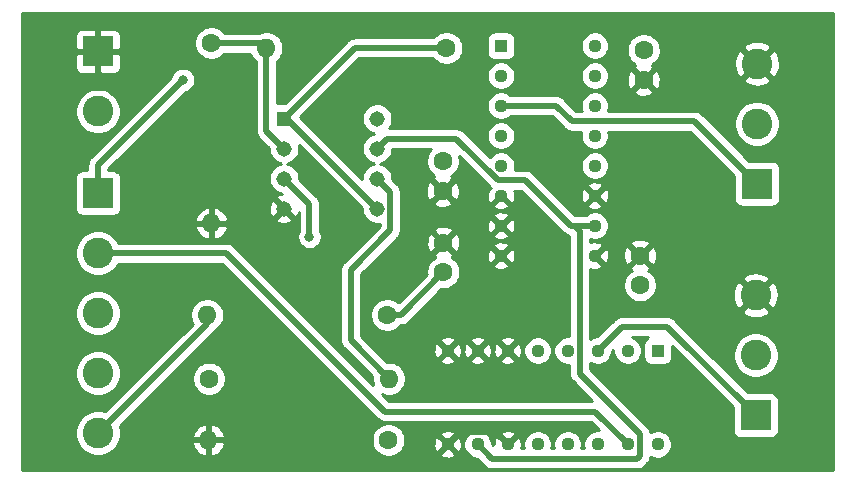
<source format=gbr>
%TF.GenerationSoftware,KiCad,Pcbnew,(5.1.10)-1*%
%TF.CreationDate,2023-03-23T11:32:48+01:00*%
%TF.ProjectId,PCB_BATO,5043425f-4241-4544-9f2e-6b696361645f,rev?*%
%TF.SameCoordinates,Original*%
%TF.FileFunction,Copper,L1,Top*%
%TF.FilePolarity,Positive*%
%FSLAX46Y46*%
G04 Gerber Fmt 4.6, Leading zero omitted, Abs format (unit mm)*
G04 Created by KiCad (PCBNEW (5.1.10)-1) date 2023-03-23 11:32:48*
%MOMM*%
%LPD*%
G01*
G04 APERTURE LIST*
%TA.AperFunction,ComponentPad*%
%ADD10C,2.600000*%
%TD*%
%TA.AperFunction,ComponentPad*%
%ADD11R,2.600000X2.600000*%
%TD*%
%TA.AperFunction,ComponentPad*%
%ADD12C,1.308000*%
%TD*%
%TA.AperFunction,ComponentPad*%
%ADD13R,1.308000X1.308000*%
%TD*%
%TA.AperFunction,ComponentPad*%
%ADD14C,1.600000*%
%TD*%
%TA.AperFunction,ComponentPad*%
%ADD15C,1.130000*%
%TD*%
%TA.AperFunction,ComponentPad*%
%ADD16R,1.130000X1.130000*%
%TD*%
%TA.AperFunction,ComponentPad*%
%ADD17O,1.600000X1.600000*%
%TD*%
%TA.AperFunction,ViaPad*%
%ADD18C,0.800000*%
%TD*%
%TA.AperFunction,Conductor*%
%ADD19C,0.500000*%
%TD*%
%TA.AperFunction,Conductor*%
%ADD20C,0.254000*%
%TD*%
%TA.AperFunction,Conductor*%
%ADD21C,0.100000*%
%TD*%
G04 APERTURE END LIST*
D10*
%TO.P,J2,3*%
%TO.N,GND*%
X156800000Y-63540000D03*
%TO.P,J2,2*%
%TO.N,+5V*%
X156800000Y-68620000D03*
D11*
%TO.P,J2,1*%
%TO.N,PWM_2*%
X156800000Y-73700000D03*
%TD*%
D12*
%TO.P,U1,7*%
%TO.N,Net-(U1-Pad7)*%
X124735000Y-51130000D03*
%TO.P,U1,6*%
%TO.N,Vref*%
X124735000Y-53670000D03*
%TO.P,U1,8*%
%TO.N,+5V*%
X124735000Y-48590000D03*
%TO.P,U1,5*%
%TO.N,Vboost*%
X124735000Y-56210000D03*
D13*
%TO.P,U1,1*%
X116865000Y-48590000D03*
D12*
%TO.P,U1,4*%
%TO.N,GND*%
X116865000Y-56210000D03*
%TO.P,U1,2*%
%TO.N,Net-(R4-Pad1)*%
X116865000Y-51130000D03*
%TO.P,U1,3*%
%TO.N,Net-(C1-Pad1)*%
X116865000Y-53670000D03*
%TD*%
D14*
%TO.P,C4,2*%
%TO.N,GND*%
X147300000Y-45300000D03*
%TO.P,C4,1*%
%TO.N,+5V*%
X147300000Y-42800000D03*
%TD*%
%TO.P,C3,2*%
%TO.N,GND*%
X147000000Y-60200000D03*
%TO.P,C3,1*%
%TO.N,+5V*%
X147000000Y-62700000D03*
%TD*%
%TO.P,C2,2*%
%TO.N,GND*%
X130300000Y-54700000D03*
%TO.P,C2,1*%
%TO.N,+5V*%
X130300000Y-52200000D03*
%TD*%
D15*
%TO.P,U3,16*%
%TO.N,+5V*%
X148490000Y-76170000D03*
%TO.P,U3,15*%
%TO.N,PWM_A_2*%
X145950000Y-76170000D03*
%TO.P,U3,14*%
%TO.N,Net-(U3-Pad14)*%
X143410000Y-76170000D03*
%TO.P,U3,13*%
%TO.N,PWM_M_2*%
X140870000Y-76170000D03*
%TO.P,U3,12*%
%TO.N,Net-(U3-Pad12)*%
X138330000Y-76170000D03*
%TO.P,U3,11*%
%TO.N,GND*%
X135790000Y-76170000D03*
%TO.P,U3,10*%
%TO.N,Net-(U1-Pad7)*%
X133250000Y-76170000D03*
%TO.P,U3,9*%
%TO.N,GND*%
X130710000Y-76170000D03*
%TO.P,U3,8*%
X130710000Y-68230000D03*
%TO.P,U3,7*%
X133250000Y-68230000D03*
%TO.P,U3,6*%
X135790000Y-68230000D03*
%TO.P,U3,5*%
%TO.N,Net-(U3-Pad5)*%
X138330000Y-68230000D03*
%TO.P,U3,4*%
%TO.N,Net-(U3-Pad4)*%
X140870000Y-68230000D03*
%TO.P,U3,3*%
%TO.N,PWM_2*%
X143410000Y-68230000D03*
%TO.P,U3,2*%
%TO.N,Net-(U3-Pad2)*%
X145950000Y-68230000D03*
D16*
%TO.P,U3,1*%
%TO.N,Net-(U3-Pad1)*%
X148490000Y-68230000D03*
%TD*%
D15*
%TO.P,U2,16*%
%TO.N,+5V*%
X143170000Y-42410000D03*
%TO.P,U2,15*%
%TO.N,PWM_A_1*%
X143170000Y-44950000D03*
%TO.P,U2,14*%
%TO.N,Net-(U2-Pad14)*%
X143170000Y-47490000D03*
%TO.P,U2,13*%
%TO.N,PWM_M_1*%
X143170000Y-50030000D03*
%TO.P,U2,12*%
%TO.N,Net-(U2-Pad12)*%
X143170000Y-52570000D03*
%TO.P,U2,11*%
%TO.N,GND*%
X143170000Y-55110000D03*
%TO.P,U2,10*%
%TO.N,Net-(U1-Pad7)*%
X143170000Y-57650000D03*
%TO.P,U2,9*%
%TO.N,GND*%
X143170000Y-60190000D03*
%TO.P,U2,8*%
X135230000Y-60190000D03*
%TO.P,U2,7*%
X135230000Y-57650000D03*
%TO.P,U2,6*%
X135230000Y-55110000D03*
%TO.P,U2,5*%
%TO.N,Net-(U2-Pad5)*%
X135230000Y-52570000D03*
%TO.P,U2,4*%
%TO.N,Net-(U2-Pad4)*%
X135230000Y-50030000D03*
%TO.P,U2,3*%
%TO.N,PWM_1*%
X135230000Y-47490000D03*
%TO.P,U2,2*%
%TO.N,Net-(U2-Pad2)*%
X135230000Y-44950000D03*
D16*
%TO.P,U2,1*%
%TO.N,Net-(U2-Pad1)*%
X135230000Y-42410000D03*
%TD*%
D17*
%TO.P,R5,2*%
%TO.N,Net-(R4-Pad1)*%
X115360000Y-42600000D03*
D14*
%TO.P,R5,1*%
%TO.N,Vboost*%
X130600000Y-42600000D03*
%TD*%
D17*
%TO.P,R4,2*%
%TO.N,GND*%
X110700000Y-57440000D03*
D14*
%TO.P,R4,1*%
%TO.N,Net-(R4-Pad1)*%
X110700000Y-42200000D03*
%TD*%
D17*
%TO.P,R3,2*%
%TO.N,SWITCH*%
X110360000Y-65200000D03*
D14*
%TO.P,R3,1*%
%TO.N,Net-(C1-Pad1)*%
X125600000Y-65200000D03*
%TD*%
D17*
%TO.P,R2,2*%
%TO.N,GND*%
X110460000Y-75800000D03*
D14*
%TO.P,R2,1*%
%TO.N,Vref*%
X125700000Y-75800000D03*
%TD*%
D17*
%TO.P,R1,2*%
%TO.N,Vref*%
X125740000Y-70600000D03*
D14*
%TO.P,R1,1*%
%TO.N,+5V*%
X110500000Y-70600000D03*
%TD*%
%TO.P,C1,2*%
%TO.N,GND*%
X130350000Y-59100000D03*
%TO.P,C1,1*%
%TO.N,Net-(C1-Pad1)*%
X130350000Y-61600000D03*
%TD*%
D11*
%TO.P,J3,1*%
%TO.N,PWM_A_1*%
X101100000Y-54900000D03*
D10*
%TO.P,J3,2*%
%TO.N,PWM_A_2*%
X101100000Y-59980000D03*
%TO.P,J3,3*%
%TO.N,PWM_M_1*%
X101100000Y-65060000D03*
%TO.P,J3,4*%
%TO.N,PWM_M_2*%
X101100000Y-70140000D03*
%TO.P,J3,5*%
%TO.N,SWITCH*%
X101100000Y-75220000D03*
%TD*%
D11*
%TO.P,J4,1*%
%TO.N,GND*%
X101100000Y-42900000D03*
D10*
%TO.P,J4,2*%
%TO.N,+5V*%
X101100000Y-47980000D03*
%TD*%
D11*
%TO.P,J1,1*%
%TO.N,PWM_1*%
X156900000Y-54100000D03*
D10*
%TO.P,J1,2*%
%TO.N,+5V*%
X156900000Y-49020000D03*
%TO.P,J1,3*%
%TO.N,GND*%
X156900000Y-43940000D03*
%TD*%
D18*
%TO.N,PWM_A_1*%
X108300000Y-45300000D03*
%TO.N,Net-(C1-Pad1)*%
X119000000Y-58600000D03*
%TD*%
D19*
%TO.N,GND*%
X134774999Y-75154999D02*
X135790000Y-76170000D01*
X131725001Y-75154999D02*
X134774999Y-75154999D01*
X130710000Y-76170000D02*
X131725001Y-75154999D01*
%TO.N,Vref*%
X125740000Y-75760000D02*
X125700000Y-75800000D01*
X125740000Y-70600000D02*
X122500000Y-67360000D01*
X122500000Y-67360000D02*
X122500000Y-61400000D01*
X125839001Y-54774001D02*
X124735000Y-53670000D01*
X125839001Y-58060999D02*
X125839001Y-54774001D01*
X122500000Y-61400000D02*
X125839001Y-58060999D01*
%TO.N,PWM_A_2*%
X143180000Y-73400000D02*
X145950000Y-76170000D01*
X125400000Y-73400000D02*
X143180000Y-73400000D01*
X111980000Y-59980000D02*
X125400000Y-73400000D01*
X101100000Y-59980000D02*
X111980000Y-59980000D01*
%TO.N,PWM_A_1*%
X101100000Y-54900000D02*
X101100000Y-52500000D01*
X101100000Y-52500000D02*
X108300000Y-45300000D01*
X108300000Y-45300000D02*
X108300000Y-45300000D01*
%TO.N,PWM_2*%
X143410000Y-68230000D02*
X145440000Y-66200000D01*
X149300000Y-66200000D02*
X156800000Y-73700000D01*
X145440000Y-66200000D02*
X149300000Y-66200000D01*
%TO.N,PWM_1*%
X135230000Y-47490000D02*
X139890000Y-47490000D01*
X139890000Y-47490000D02*
X141200000Y-48800000D01*
X151600000Y-48800000D02*
X156900000Y-54100000D01*
X141200000Y-48800000D02*
X151600000Y-48800000D01*
%TO.N,Net-(R4-Pad1)*%
X114960000Y-42200000D02*
X115360000Y-42600000D01*
X110700000Y-42200000D02*
X114960000Y-42200000D01*
X115360000Y-49625000D02*
X116865000Y-51130000D01*
X115360000Y-42600000D02*
X115360000Y-49625000D01*
%TO.N,Vboost*%
X117115000Y-48590000D02*
X124735000Y-56210000D01*
X116865000Y-48590000D02*
X117115000Y-48590000D01*
X122855000Y-42600000D02*
X130600000Y-42600000D01*
X116865000Y-48590000D02*
X122855000Y-42600000D01*
%TO.N,Net-(U1-Pad7)*%
X125565000Y-50300000D02*
X124735000Y-51130000D01*
X131457798Y-50300000D02*
X125565000Y-50300000D01*
X134957798Y-53800000D02*
X131457798Y-50300000D01*
X137300000Y-53800000D02*
X134957798Y-53800000D01*
X141150000Y-57650000D02*
X137300000Y-53800000D01*
X133250000Y-76170000D02*
X134480000Y-77400000D01*
X146732200Y-77400000D02*
X147000000Y-77132200D01*
X134480000Y-77400000D02*
X146732200Y-77400000D01*
X147000000Y-77132200D02*
X147000000Y-75300000D01*
X141885001Y-58085001D02*
X141450000Y-57650000D01*
X141885001Y-70185001D02*
X141885001Y-58085001D01*
X147000000Y-75300000D02*
X141885001Y-70185001D01*
X141450000Y-57650000D02*
X141150000Y-57650000D01*
X143170000Y-57650000D02*
X141450000Y-57650000D01*
%TO.N,Net-(C1-Pad1)*%
X126750000Y-65200000D02*
X130350000Y-61600000D01*
X125600000Y-65200000D02*
X126750000Y-65200000D01*
X119000000Y-55805000D02*
X116865000Y-53670000D01*
X119000000Y-58600000D02*
X119000000Y-55805000D01*
%TO.N,SWITCH*%
X110360000Y-65960000D02*
X110360000Y-65200000D01*
X101100000Y-75220000D02*
X110360000Y-65960000D01*
%TD*%
D20*
%TO.N,GND*%
X163340001Y-77967572D02*
X163340000Y-77967582D01*
X163340000Y-78340000D01*
X94660000Y-78340000D01*
X94660000Y-75029419D01*
X99165000Y-75029419D01*
X99165000Y-75410581D01*
X99239361Y-75784419D01*
X99385225Y-76136566D01*
X99596987Y-76453491D01*
X99866509Y-76723013D01*
X100183434Y-76934775D01*
X100535581Y-77080639D01*
X100909419Y-77155000D01*
X101290581Y-77155000D01*
X101664419Y-77080639D01*
X102016566Y-76934775D01*
X102333491Y-76723013D01*
X102603013Y-76453491D01*
X102806440Y-76149039D01*
X109068096Y-76149039D01*
X109108754Y-76283087D01*
X109228963Y-76537420D01*
X109396481Y-76763414D01*
X109604869Y-76952385D01*
X109846119Y-77097070D01*
X110110960Y-77191909D01*
X110333000Y-77070624D01*
X110333000Y-75927000D01*
X110587000Y-75927000D01*
X110587000Y-77070624D01*
X110809040Y-77191909D01*
X111073881Y-77097070D01*
X111315131Y-76952385D01*
X111523519Y-76763414D01*
X111691037Y-76537420D01*
X111811246Y-76283087D01*
X111851904Y-76149039D01*
X111729915Y-75927000D01*
X110587000Y-75927000D01*
X110333000Y-75927000D01*
X109190085Y-75927000D01*
X109068096Y-76149039D01*
X102806440Y-76149039D01*
X102814775Y-76136566D01*
X102960639Y-75784419D01*
X103026967Y-75450961D01*
X109068096Y-75450961D01*
X109190085Y-75673000D01*
X110333000Y-75673000D01*
X110333000Y-74529376D01*
X110587000Y-74529376D01*
X110587000Y-75673000D01*
X111729915Y-75673000D01*
X111737790Y-75658665D01*
X124265000Y-75658665D01*
X124265000Y-75941335D01*
X124320147Y-76218574D01*
X124428320Y-76479727D01*
X124585363Y-76714759D01*
X124785241Y-76914637D01*
X125020273Y-77071680D01*
X125281426Y-77179853D01*
X125558665Y-77235000D01*
X125841335Y-77235000D01*
X126118574Y-77179853D01*
X126379727Y-77071680D01*
X126494912Y-76994716D01*
X130064889Y-76994716D01*
X130107933Y-77214740D01*
X130323320Y-77312123D01*
X130553567Y-77365615D01*
X130789826Y-77373160D01*
X131023017Y-77334468D01*
X131244179Y-77251027D01*
X131312067Y-77214740D01*
X131355111Y-76994716D01*
X130710000Y-76349605D01*
X130064889Y-76994716D01*
X126494912Y-76994716D01*
X126614759Y-76914637D01*
X126814637Y-76714759D01*
X126971680Y-76479727D01*
X127066908Y-76249826D01*
X129506840Y-76249826D01*
X129545532Y-76483017D01*
X129628973Y-76704179D01*
X129665260Y-76772067D01*
X129885284Y-76815111D01*
X130530395Y-76170000D01*
X130889605Y-76170000D01*
X131534716Y-76815111D01*
X131754740Y-76772067D01*
X131852123Y-76556680D01*
X131905615Y-76326433D01*
X131913160Y-76090174D01*
X131874468Y-75856983D01*
X131791027Y-75635821D01*
X131754740Y-75567933D01*
X131534716Y-75524889D01*
X130889605Y-76170000D01*
X130530395Y-76170000D01*
X129885284Y-75524889D01*
X129665260Y-75567933D01*
X129567877Y-75783320D01*
X129514385Y-76013567D01*
X129506840Y-76249826D01*
X127066908Y-76249826D01*
X127079853Y-76218574D01*
X127135000Y-75941335D01*
X127135000Y-75658665D01*
X127079853Y-75381426D01*
X127064883Y-75345284D01*
X130064889Y-75345284D01*
X130710000Y-75990395D01*
X131355111Y-75345284D01*
X131312067Y-75125260D01*
X131096680Y-75027877D01*
X130866433Y-74974385D01*
X130630174Y-74966840D01*
X130396983Y-75005532D01*
X130175821Y-75088973D01*
X130107933Y-75125260D01*
X130064889Y-75345284D01*
X127064883Y-75345284D01*
X126971680Y-75120273D01*
X126814637Y-74885241D01*
X126614759Y-74685363D01*
X126379727Y-74528320D01*
X126118574Y-74420147D01*
X125841335Y-74365000D01*
X125558665Y-74365000D01*
X125281426Y-74420147D01*
X125020273Y-74528320D01*
X124785241Y-74685363D01*
X124585363Y-74885241D01*
X124428320Y-75120273D01*
X124320147Y-75381426D01*
X124265000Y-75658665D01*
X111737790Y-75658665D01*
X111851904Y-75450961D01*
X111811246Y-75316913D01*
X111691037Y-75062580D01*
X111523519Y-74836586D01*
X111315131Y-74647615D01*
X111073881Y-74502930D01*
X110809040Y-74408091D01*
X110587000Y-74529376D01*
X110333000Y-74529376D01*
X110110960Y-74408091D01*
X109846119Y-74502930D01*
X109604869Y-74647615D01*
X109396481Y-74836586D01*
X109228963Y-75062580D01*
X109108754Y-75316913D01*
X109068096Y-75450961D01*
X103026967Y-75450961D01*
X103035000Y-75410581D01*
X103035000Y-75029419D01*
X102960639Y-74655581D01*
X102947564Y-74624014D01*
X107112913Y-70458665D01*
X109065000Y-70458665D01*
X109065000Y-70741335D01*
X109120147Y-71018574D01*
X109228320Y-71279727D01*
X109385363Y-71514759D01*
X109585241Y-71714637D01*
X109820273Y-71871680D01*
X110081426Y-71979853D01*
X110358665Y-72035000D01*
X110641335Y-72035000D01*
X110918574Y-71979853D01*
X111179727Y-71871680D01*
X111414759Y-71714637D01*
X111614637Y-71514759D01*
X111771680Y-71279727D01*
X111879853Y-71018574D01*
X111935000Y-70741335D01*
X111935000Y-70458665D01*
X111879853Y-70181426D01*
X111771680Y-69920273D01*
X111614637Y-69685241D01*
X111414759Y-69485363D01*
X111179727Y-69328320D01*
X110918574Y-69220147D01*
X110641335Y-69165000D01*
X110358665Y-69165000D01*
X110081426Y-69220147D01*
X109820273Y-69328320D01*
X109585241Y-69485363D01*
X109385363Y-69685241D01*
X109228320Y-69920273D01*
X109120147Y-70181426D01*
X109065000Y-70458665D01*
X107112913Y-70458665D01*
X110955051Y-66616528D01*
X110988817Y-66588817D01*
X111099411Y-66454059D01*
X111117918Y-66419435D01*
X111274759Y-66314637D01*
X111474637Y-66114759D01*
X111631680Y-65879727D01*
X111739853Y-65618574D01*
X111795000Y-65341335D01*
X111795000Y-65058665D01*
X111739853Y-64781426D01*
X111631680Y-64520273D01*
X111474637Y-64285241D01*
X111274759Y-64085363D01*
X111039727Y-63928320D01*
X110778574Y-63820147D01*
X110501335Y-63765000D01*
X110218665Y-63765000D01*
X109941426Y-63820147D01*
X109680273Y-63928320D01*
X109445241Y-64085363D01*
X109245363Y-64285241D01*
X109088320Y-64520273D01*
X108980147Y-64781426D01*
X108925000Y-65058665D01*
X108925000Y-65341335D01*
X108980147Y-65618574D01*
X109088320Y-65879727D01*
X109128524Y-65939897D01*
X101695986Y-73372436D01*
X101664419Y-73359361D01*
X101290581Y-73285000D01*
X100909419Y-73285000D01*
X100535581Y-73359361D01*
X100183434Y-73505225D01*
X99866509Y-73716987D01*
X99596987Y-73986509D01*
X99385225Y-74303434D01*
X99239361Y-74655581D01*
X99165000Y-75029419D01*
X94660000Y-75029419D01*
X94660000Y-69949419D01*
X99165000Y-69949419D01*
X99165000Y-70330581D01*
X99239361Y-70704419D01*
X99385225Y-71056566D01*
X99596987Y-71373491D01*
X99866509Y-71643013D01*
X100183434Y-71854775D01*
X100535581Y-72000639D01*
X100909419Y-72075000D01*
X101290581Y-72075000D01*
X101664419Y-72000639D01*
X102016566Y-71854775D01*
X102333491Y-71643013D01*
X102603013Y-71373491D01*
X102814775Y-71056566D01*
X102960639Y-70704419D01*
X103035000Y-70330581D01*
X103035000Y-69949419D01*
X102960639Y-69575581D01*
X102814775Y-69223434D01*
X102603013Y-68906509D01*
X102333491Y-68636987D01*
X102016566Y-68425225D01*
X101664419Y-68279361D01*
X101290581Y-68205000D01*
X100909419Y-68205000D01*
X100535581Y-68279361D01*
X100183434Y-68425225D01*
X99866509Y-68636987D01*
X99596987Y-68906509D01*
X99385225Y-69223434D01*
X99239361Y-69575581D01*
X99165000Y-69949419D01*
X94660000Y-69949419D01*
X94660000Y-64869419D01*
X99165000Y-64869419D01*
X99165000Y-65250581D01*
X99239361Y-65624419D01*
X99385225Y-65976566D01*
X99596987Y-66293491D01*
X99866509Y-66563013D01*
X100183434Y-66774775D01*
X100535581Y-66920639D01*
X100909419Y-66995000D01*
X101290581Y-66995000D01*
X101664419Y-66920639D01*
X102016566Y-66774775D01*
X102333491Y-66563013D01*
X102603013Y-66293491D01*
X102814775Y-65976566D01*
X102960639Y-65624419D01*
X103035000Y-65250581D01*
X103035000Y-64869419D01*
X102960639Y-64495581D01*
X102814775Y-64143434D01*
X102603013Y-63826509D01*
X102333491Y-63556987D01*
X102016566Y-63345225D01*
X101664419Y-63199361D01*
X101290581Y-63125000D01*
X100909419Y-63125000D01*
X100535581Y-63199361D01*
X100183434Y-63345225D01*
X99866509Y-63556987D01*
X99596987Y-63826509D01*
X99385225Y-64143434D01*
X99239361Y-64495581D01*
X99165000Y-64869419D01*
X94660000Y-64869419D01*
X94660000Y-59789419D01*
X99165000Y-59789419D01*
X99165000Y-60170581D01*
X99239361Y-60544419D01*
X99385225Y-60896566D01*
X99596987Y-61213491D01*
X99866509Y-61483013D01*
X100183434Y-61694775D01*
X100535581Y-61840639D01*
X100909419Y-61915000D01*
X101290581Y-61915000D01*
X101664419Y-61840639D01*
X102016566Y-61694775D01*
X102333491Y-61483013D01*
X102603013Y-61213491D01*
X102814775Y-60896566D01*
X102827850Y-60865000D01*
X111613422Y-60865000D01*
X124743470Y-73995049D01*
X124771183Y-74028817D01*
X124804951Y-74056530D01*
X124804953Y-74056532D01*
X124876452Y-74115210D01*
X124905941Y-74139411D01*
X125059687Y-74221589D01*
X125226510Y-74272195D01*
X125356523Y-74285000D01*
X125356533Y-74285000D01*
X125399999Y-74289281D01*
X125443466Y-74285000D01*
X142813422Y-74285000D01*
X143498422Y-74970000D01*
X143291810Y-74970000D01*
X143059973Y-75016116D01*
X142841587Y-75106574D01*
X142645045Y-75237899D01*
X142477899Y-75405045D01*
X142346574Y-75601587D01*
X142256116Y-75819973D01*
X142210000Y-76051810D01*
X142210000Y-76288190D01*
X142255116Y-76515000D01*
X142024884Y-76515000D01*
X142070000Y-76288190D01*
X142070000Y-76051810D01*
X142023884Y-75819973D01*
X141933426Y-75601587D01*
X141802101Y-75405045D01*
X141634955Y-75237899D01*
X141438413Y-75106574D01*
X141220027Y-75016116D01*
X140988190Y-74970000D01*
X140751810Y-74970000D01*
X140519973Y-75016116D01*
X140301587Y-75106574D01*
X140105045Y-75237899D01*
X139937899Y-75405045D01*
X139806574Y-75601587D01*
X139716116Y-75819973D01*
X139670000Y-76051810D01*
X139670000Y-76288190D01*
X139715116Y-76515000D01*
X139484884Y-76515000D01*
X139530000Y-76288190D01*
X139530000Y-76051810D01*
X139483884Y-75819973D01*
X139393426Y-75601587D01*
X139262101Y-75405045D01*
X139094955Y-75237899D01*
X138898413Y-75106574D01*
X138680027Y-75016116D01*
X138448190Y-74970000D01*
X138211810Y-74970000D01*
X137979973Y-75016116D01*
X137761587Y-75106574D01*
X137565045Y-75237899D01*
X137397899Y-75405045D01*
X137266574Y-75601587D01*
X137176116Y-75819973D01*
X137130000Y-76051810D01*
X137130000Y-76288190D01*
X137175116Y-76515000D01*
X136941806Y-76515000D01*
X136985615Y-76326433D01*
X136993160Y-76090174D01*
X136954468Y-75856983D01*
X136871027Y-75635821D01*
X136834740Y-75567933D01*
X136614716Y-75524889D01*
X135969605Y-76170000D01*
X135983748Y-76184143D01*
X135804143Y-76363748D01*
X135790000Y-76349605D01*
X135775858Y-76363748D01*
X135596253Y-76184143D01*
X135610395Y-76170000D01*
X134965284Y-75524889D01*
X134745260Y-75567933D01*
X134647877Y-75783320D01*
X134594385Y-76013567D01*
X134586840Y-76249826D01*
X134587921Y-76256343D01*
X134450000Y-76118422D01*
X134450000Y-76051810D01*
X134403884Y-75819973D01*
X134313426Y-75601587D01*
X134182101Y-75405045D01*
X134122340Y-75345284D01*
X135144889Y-75345284D01*
X135790000Y-75990395D01*
X136435111Y-75345284D01*
X136392067Y-75125260D01*
X136176680Y-75027877D01*
X135946433Y-74974385D01*
X135710174Y-74966840D01*
X135476983Y-75005532D01*
X135255821Y-75088973D01*
X135187933Y-75125260D01*
X135144889Y-75345284D01*
X134122340Y-75345284D01*
X134014955Y-75237899D01*
X133818413Y-75106574D01*
X133600027Y-75016116D01*
X133368190Y-74970000D01*
X133131810Y-74970000D01*
X132899973Y-75016116D01*
X132681587Y-75106574D01*
X132485045Y-75237899D01*
X132317899Y-75405045D01*
X132186574Y-75601587D01*
X132096116Y-75819973D01*
X132050000Y-76051810D01*
X132050000Y-76288190D01*
X132096116Y-76520027D01*
X132186574Y-76738413D01*
X132317899Y-76934955D01*
X132485045Y-77102101D01*
X132681587Y-77233426D01*
X132899973Y-77323884D01*
X133131810Y-77370000D01*
X133198422Y-77370000D01*
X133823470Y-77995049D01*
X133851183Y-78028817D01*
X133884951Y-78056530D01*
X133884953Y-78056532D01*
X133985941Y-78139411D01*
X134139686Y-78221589D01*
X134306510Y-78272195D01*
X134436523Y-78285000D01*
X134436531Y-78285000D01*
X134480000Y-78289281D01*
X134523469Y-78285000D01*
X146688731Y-78285000D01*
X146732200Y-78289281D01*
X146775669Y-78285000D01*
X146775677Y-78285000D01*
X146905690Y-78272195D01*
X147072513Y-78221589D01*
X147226259Y-78139411D01*
X147361017Y-78028817D01*
X147388734Y-77995044D01*
X147595045Y-77788733D01*
X147628817Y-77761017D01*
X147739411Y-77626259D01*
X147821589Y-77472513D01*
X147872195Y-77305690D01*
X147881923Y-77206923D01*
X147921587Y-77233426D01*
X148139973Y-77323884D01*
X148371810Y-77370000D01*
X148608190Y-77370000D01*
X148840027Y-77323884D01*
X149058413Y-77233426D01*
X149254955Y-77102101D01*
X149422101Y-76934955D01*
X149553426Y-76738413D01*
X149643884Y-76520027D01*
X149690000Y-76288190D01*
X149690000Y-76051810D01*
X149643884Y-75819973D01*
X149553426Y-75601587D01*
X149422101Y-75405045D01*
X149254955Y-75237899D01*
X149058413Y-75106574D01*
X148840027Y-75016116D01*
X148608190Y-74970000D01*
X148371810Y-74970000D01*
X148139973Y-75016116D01*
X147921587Y-75106574D01*
X147873402Y-75138770D01*
X147872195Y-75126510D01*
X147866148Y-75106574D01*
X147842742Y-75029419D01*
X147821589Y-74959687D01*
X147739411Y-74805941D01*
X147628817Y-74671183D01*
X147595049Y-74643470D01*
X142770001Y-69818423D01*
X142770001Y-69245594D01*
X142841587Y-69293426D01*
X143059973Y-69383884D01*
X143291810Y-69430000D01*
X143528190Y-69430000D01*
X143760027Y-69383884D01*
X143978413Y-69293426D01*
X144174955Y-69162101D01*
X144342101Y-68994955D01*
X144473426Y-68798413D01*
X144563884Y-68580027D01*
X144610000Y-68348190D01*
X144610000Y-68281578D01*
X144750000Y-68141578D01*
X144750000Y-68348190D01*
X144796116Y-68580027D01*
X144886574Y-68798413D01*
X145017899Y-68994955D01*
X145185045Y-69162101D01*
X145381587Y-69293426D01*
X145599973Y-69383884D01*
X145831810Y-69430000D01*
X146068190Y-69430000D01*
X146300027Y-69383884D01*
X146518413Y-69293426D01*
X146714955Y-69162101D01*
X146882101Y-68994955D01*
X147013426Y-68798413D01*
X147103884Y-68580027D01*
X147150000Y-68348190D01*
X147150000Y-68111810D01*
X147103884Y-67879973D01*
X147013426Y-67661587D01*
X146882101Y-67465045D01*
X146714955Y-67297899D01*
X146518413Y-67166574D01*
X146321475Y-67085000D01*
X147663043Y-67085000D01*
X147570506Y-67134463D01*
X147473815Y-67213815D01*
X147394463Y-67310506D01*
X147335498Y-67420820D01*
X147299188Y-67540518D01*
X147286928Y-67665000D01*
X147286928Y-68795000D01*
X147299188Y-68919482D01*
X147335498Y-69039180D01*
X147394463Y-69149494D01*
X147473815Y-69246185D01*
X147570506Y-69325537D01*
X147680820Y-69384502D01*
X147800518Y-69420812D01*
X147925000Y-69433072D01*
X149055000Y-69433072D01*
X149179482Y-69420812D01*
X149299180Y-69384502D01*
X149409494Y-69325537D01*
X149506185Y-69246185D01*
X149585537Y-69149494D01*
X149644502Y-69039180D01*
X149680812Y-68919482D01*
X149693072Y-68795000D01*
X149693072Y-67844650D01*
X154861928Y-73013507D01*
X154861928Y-75000000D01*
X154874188Y-75124482D01*
X154910498Y-75244180D01*
X154969463Y-75354494D01*
X155048815Y-75451185D01*
X155145506Y-75530537D01*
X155255820Y-75589502D01*
X155375518Y-75625812D01*
X155500000Y-75638072D01*
X158100000Y-75638072D01*
X158224482Y-75625812D01*
X158344180Y-75589502D01*
X158454494Y-75530537D01*
X158551185Y-75451185D01*
X158630537Y-75354494D01*
X158689502Y-75244180D01*
X158725812Y-75124482D01*
X158738072Y-75000000D01*
X158738072Y-72400000D01*
X158725812Y-72275518D01*
X158689502Y-72155820D01*
X158630537Y-72045506D01*
X158551185Y-71948815D01*
X158454494Y-71869463D01*
X158344180Y-71810498D01*
X158224482Y-71774188D01*
X158100000Y-71761928D01*
X156113507Y-71761928D01*
X152780998Y-68429419D01*
X154865000Y-68429419D01*
X154865000Y-68810581D01*
X154939361Y-69184419D01*
X155085225Y-69536566D01*
X155296987Y-69853491D01*
X155566509Y-70123013D01*
X155883434Y-70334775D01*
X156235581Y-70480639D01*
X156609419Y-70555000D01*
X156990581Y-70555000D01*
X157364419Y-70480639D01*
X157716566Y-70334775D01*
X158033491Y-70123013D01*
X158303013Y-69853491D01*
X158514775Y-69536566D01*
X158660639Y-69184419D01*
X158735000Y-68810581D01*
X158735000Y-68429419D01*
X158660639Y-68055581D01*
X158514775Y-67703434D01*
X158303013Y-67386509D01*
X158033491Y-67116987D01*
X157716566Y-66905225D01*
X157364419Y-66759361D01*
X156990581Y-66685000D01*
X156609419Y-66685000D01*
X156235581Y-66759361D01*
X155883434Y-66905225D01*
X155566509Y-67116987D01*
X155296987Y-67386509D01*
X155085225Y-67703434D01*
X154939361Y-68055581D01*
X154865000Y-68429419D01*
X152780998Y-68429419D01*
X149956534Y-65604956D01*
X149928817Y-65571183D01*
X149794059Y-65460589D01*
X149640313Y-65378411D01*
X149473490Y-65327805D01*
X149343477Y-65315000D01*
X149343469Y-65315000D01*
X149300000Y-65310719D01*
X149256531Y-65315000D01*
X145483469Y-65315000D01*
X145440000Y-65310719D01*
X145396531Y-65315000D01*
X145396523Y-65315000D01*
X145266510Y-65327805D01*
X145099686Y-65378411D01*
X144945941Y-65460589D01*
X144844953Y-65543468D01*
X144844951Y-65543470D01*
X144811183Y-65571183D01*
X144783470Y-65604951D01*
X143358422Y-67030000D01*
X143291810Y-67030000D01*
X143059973Y-67076116D01*
X142841587Y-67166574D01*
X142770001Y-67214406D01*
X142770001Y-64889224D01*
X155630381Y-64889224D01*
X155762317Y-65184312D01*
X156103045Y-65355159D01*
X156470557Y-65456250D01*
X156850729Y-65483701D01*
X157228951Y-65436457D01*
X157590690Y-65316333D01*
X157837683Y-65184312D01*
X157969619Y-64889224D01*
X156800000Y-63719605D01*
X155630381Y-64889224D01*
X142770001Y-64889224D01*
X142770001Y-62558665D01*
X145565000Y-62558665D01*
X145565000Y-62841335D01*
X145620147Y-63118574D01*
X145728320Y-63379727D01*
X145885363Y-63614759D01*
X146085241Y-63814637D01*
X146320273Y-63971680D01*
X146581426Y-64079853D01*
X146858665Y-64135000D01*
X147141335Y-64135000D01*
X147418574Y-64079853D01*
X147679727Y-63971680D01*
X147914759Y-63814637D01*
X148114637Y-63614759D01*
X148130693Y-63590729D01*
X154856299Y-63590729D01*
X154903543Y-63968951D01*
X155023667Y-64330690D01*
X155155688Y-64577683D01*
X155450776Y-64709619D01*
X156620395Y-63540000D01*
X156979605Y-63540000D01*
X158149224Y-64709619D01*
X158444312Y-64577683D01*
X158615159Y-64236955D01*
X158716250Y-63869443D01*
X158743701Y-63489271D01*
X158696457Y-63111049D01*
X158576333Y-62749310D01*
X158444312Y-62502317D01*
X158149224Y-62370381D01*
X156979605Y-63540000D01*
X156620395Y-63540000D01*
X155450776Y-62370381D01*
X155155688Y-62502317D01*
X154984841Y-62843045D01*
X154883750Y-63210557D01*
X154856299Y-63590729D01*
X148130693Y-63590729D01*
X148271680Y-63379727D01*
X148379853Y-63118574D01*
X148435000Y-62841335D01*
X148435000Y-62558665D01*
X148379853Y-62281426D01*
X148342305Y-62190776D01*
X155630381Y-62190776D01*
X156800000Y-63360395D01*
X157969619Y-62190776D01*
X157837683Y-61895688D01*
X157496955Y-61724841D01*
X157129443Y-61623750D01*
X156749271Y-61596299D01*
X156371049Y-61643543D01*
X156009310Y-61763667D01*
X155762317Y-61895688D01*
X155630381Y-62190776D01*
X148342305Y-62190776D01*
X148271680Y-62020273D01*
X148114637Y-61785241D01*
X147914759Y-61585363D01*
X147714131Y-61451308D01*
X147741514Y-61436671D01*
X147813097Y-61192702D01*
X147000000Y-60379605D01*
X146186903Y-61192702D01*
X146258486Y-61436671D01*
X146287341Y-61450324D01*
X146085241Y-61585363D01*
X145885363Y-61785241D01*
X145728320Y-62020273D01*
X145620147Y-62281426D01*
X145565000Y-62558665D01*
X142770001Y-62558665D01*
X142770001Y-61326101D01*
X142783320Y-61332123D01*
X143013567Y-61385615D01*
X143249826Y-61393160D01*
X143483017Y-61354468D01*
X143704179Y-61271027D01*
X143772067Y-61234740D01*
X143815111Y-61014716D01*
X143170000Y-60369605D01*
X143155858Y-60383748D01*
X142976253Y-60204143D01*
X142990395Y-60190000D01*
X143349605Y-60190000D01*
X143994716Y-60835111D01*
X144214740Y-60792067D01*
X144312123Y-60576680D01*
X144365615Y-60346433D01*
X144368039Y-60270512D01*
X145559783Y-60270512D01*
X145601213Y-60550130D01*
X145696397Y-60816292D01*
X145763329Y-60941514D01*
X146007298Y-61013097D01*
X146820395Y-60200000D01*
X147179605Y-60200000D01*
X147992702Y-61013097D01*
X148236671Y-60941514D01*
X148357571Y-60686004D01*
X148426300Y-60411816D01*
X148440217Y-60129488D01*
X148398787Y-59849870D01*
X148303603Y-59583708D01*
X148236671Y-59458486D01*
X147992702Y-59386903D01*
X147179605Y-60200000D01*
X146820395Y-60200000D01*
X146007298Y-59386903D01*
X145763329Y-59458486D01*
X145642429Y-59713996D01*
X145573700Y-59988184D01*
X145559783Y-60270512D01*
X144368039Y-60270512D01*
X144373160Y-60110174D01*
X144334468Y-59876983D01*
X144251027Y-59655821D01*
X144214740Y-59587933D01*
X143994716Y-59544889D01*
X143349605Y-60190000D01*
X142990395Y-60190000D01*
X142976253Y-60175858D01*
X143155858Y-59996253D01*
X143170000Y-60010395D01*
X143815111Y-59365284D01*
X143784204Y-59207298D01*
X146186903Y-59207298D01*
X147000000Y-60020395D01*
X147813097Y-59207298D01*
X147741514Y-58963329D01*
X147486004Y-58842429D01*
X147211816Y-58773700D01*
X146929488Y-58759783D01*
X146649870Y-58801213D01*
X146383708Y-58896397D01*
X146258486Y-58963329D01*
X146186903Y-59207298D01*
X143784204Y-59207298D01*
X143772067Y-59145260D01*
X143556680Y-59047877D01*
X143326433Y-58994385D01*
X143090174Y-58986840D01*
X142856983Y-59025532D01*
X142770001Y-59058349D01*
X142770001Y-58783185D01*
X142819973Y-58803884D01*
X143051810Y-58850000D01*
X143288190Y-58850000D01*
X143520027Y-58803884D01*
X143738413Y-58713426D01*
X143934955Y-58582101D01*
X144102101Y-58414955D01*
X144233426Y-58218413D01*
X144323884Y-58000027D01*
X144370000Y-57768190D01*
X144370000Y-57531810D01*
X144323884Y-57299973D01*
X144233426Y-57081587D01*
X144102101Y-56885045D01*
X143934955Y-56717899D01*
X143738413Y-56586574D01*
X143520027Y-56496116D01*
X143288190Y-56450000D01*
X143051810Y-56450000D01*
X142819973Y-56496116D01*
X142601587Y-56586574D01*
X142405045Y-56717899D01*
X142357944Y-56765000D01*
X141516579Y-56765000D01*
X140686295Y-55934716D01*
X142524889Y-55934716D01*
X142567933Y-56154740D01*
X142783320Y-56252123D01*
X143013567Y-56305615D01*
X143249826Y-56313160D01*
X143483017Y-56274468D01*
X143704179Y-56191027D01*
X143772067Y-56154740D01*
X143815111Y-55934716D01*
X143170000Y-55289605D01*
X142524889Y-55934716D01*
X140686295Y-55934716D01*
X139941405Y-55189826D01*
X141966840Y-55189826D01*
X142005532Y-55423017D01*
X142088973Y-55644179D01*
X142125260Y-55712067D01*
X142345284Y-55755111D01*
X142990395Y-55110000D01*
X143349605Y-55110000D01*
X143994716Y-55755111D01*
X144214740Y-55712067D01*
X144312123Y-55496680D01*
X144365615Y-55266433D01*
X144373160Y-55030174D01*
X144334468Y-54796983D01*
X144251027Y-54575821D01*
X144214740Y-54507933D01*
X143994716Y-54464889D01*
X143349605Y-55110000D01*
X142990395Y-55110000D01*
X142345284Y-54464889D01*
X142125260Y-54507933D01*
X142027877Y-54723320D01*
X141974385Y-54953567D01*
X141966840Y-55189826D01*
X139941405Y-55189826D01*
X139036863Y-54285284D01*
X142524889Y-54285284D01*
X143170000Y-54930395D01*
X143815111Y-54285284D01*
X143772067Y-54065260D01*
X143556680Y-53967877D01*
X143326433Y-53914385D01*
X143090174Y-53906840D01*
X142856983Y-53945532D01*
X142635821Y-54028973D01*
X142567933Y-54065260D01*
X142524889Y-54285284D01*
X139036863Y-54285284D01*
X137956534Y-53204956D01*
X137928817Y-53171183D01*
X137794059Y-53060589D01*
X137640313Y-52978411D01*
X137473490Y-52927805D01*
X137343477Y-52915000D01*
X137343469Y-52915000D01*
X137300000Y-52910719D01*
X137256531Y-52915000D01*
X136384884Y-52915000D01*
X136430000Y-52688190D01*
X136430000Y-52451810D01*
X141970000Y-52451810D01*
X141970000Y-52688190D01*
X142016116Y-52920027D01*
X142106574Y-53138413D01*
X142237899Y-53334955D01*
X142405045Y-53502101D01*
X142601587Y-53633426D01*
X142819973Y-53723884D01*
X143051810Y-53770000D01*
X143288190Y-53770000D01*
X143520027Y-53723884D01*
X143738413Y-53633426D01*
X143934955Y-53502101D01*
X144102101Y-53334955D01*
X144233426Y-53138413D01*
X144323884Y-52920027D01*
X144370000Y-52688190D01*
X144370000Y-52451810D01*
X144323884Y-52219973D01*
X144233426Y-52001587D01*
X144102101Y-51805045D01*
X143934955Y-51637899D01*
X143738413Y-51506574D01*
X143520027Y-51416116D01*
X143288190Y-51370000D01*
X143051810Y-51370000D01*
X142819973Y-51416116D01*
X142601587Y-51506574D01*
X142405045Y-51637899D01*
X142237899Y-51805045D01*
X142106574Y-52001587D01*
X142016116Y-52219973D01*
X141970000Y-52451810D01*
X136430000Y-52451810D01*
X136383884Y-52219973D01*
X136293426Y-52001587D01*
X136162101Y-51805045D01*
X135994955Y-51637899D01*
X135798413Y-51506574D01*
X135580027Y-51416116D01*
X135348190Y-51370000D01*
X135111810Y-51370000D01*
X134879973Y-51416116D01*
X134661587Y-51506574D01*
X134465045Y-51637899D01*
X134297899Y-51805045D01*
X134264463Y-51855086D01*
X132321187Y-49911810D01*
X134030000Y-49911810D01*
X134030000Y-50148190D01*
X134076116Y-50380027D01*
X134166574Y-50598413D01*
X134297899Y-50794955D01*
X134465045Y-50962101D01*
X134661587Y-51093426D01*
X134879973Y-51183884D01*
X135111810Y-51230000D01*
X135348190Y-51230000D01*
X135580027Y-51183884D01*
X135798413Y-51093426D01*
X135994955Y-50962101D01*
X136162101Y-50794955D01*
X136293426Y-50598413D01*
X136383884Y-50380027D01*
X136430000Y-50148190D01*
X136430000Y-49911810D01*
X136383884Y-49679973D01*
X136293426Y-49461587D01*
X136162101Y-49265045D01*
X135994955Y-49097899D01*
X135798413Y-48966574D01*
X135580027Y-48876116D01*
X135348190Y-48830000D01*
X135111810Y-48830000D01*
X134879973Y-48876116D01*
X134661587Y-48966574D01*
X134465045Y-49097899D01*
X134297899Y-49265045D01*
X134166574Y-49461587D01*
X134076116Y-49679973D01*
X134030000Y-49911810D01*
X132321187Y-49911810D01*
X132114332Y-49704956D01*
X132086615Y-49671183D01*
X131951857Y-49560589D01*
X131798111Y-49478411D01*
X131631288Y-49427805D01*
X131501275Y-49415000D01*
X131501267Y-49415000D01*
X131457798Y-49410719D01*
X131414329Y-49415000D01*
X125732922Y-49415000D01*
X125736232Y-49411690D01*
X125877297Y-49200570D01*
X125974465Y-48965987D01*
X126024000Y-48716955D01*
X126024000Y-48463045D01*
X125974465Y-48214013D01*
X125877297Y-47979430D01*
X125736232Y-47768310D01*
X125556690Y-47588768D01*
X125345570Y-47447703D01*
X125162350Y-47371810D01*
X134030000Y-47371810D01*
X134030000Y-47608190D01*
X134076116Y-47840027D01*
X134166574Y-48058413D01*
X134297899Y-48254955D01*
X134465045Y-48422101D01*
X134661587Y-48553426D01*
X134879973Y-48643884D01*
X135111810Y-48690000D01*
X135348190Y-48690000D01*
X135580027Y-48643884D01*
X135798413Y-48553426D01*
X135994955Y-48422101D01*
X136042056Y-48375000D01*
X139523422Y-48375000D01*
X140543470Y-49395049D01*
X140571183Y-49428817D01*
X140604951Y-49456530D01*
X140604953Y-49456532D01*
X140631613Y-49478411D01*
X140705941Y-49539411D01*
X140859687Y-49621589D01*
X141026510Y-49672195D01*
X141156523Y-49685000D01*
X141156531Y-49685000D01*
X141200000Y-49689281D01*
X141243469Y-49685000D01*
X142015116Y-49685000D01*
X141970000Y-49911810D01*
X141970000Y-50148190D01*
X142016116Y-50380027D01*
X142106574Y-50598413D01*
X142237899Y-50794955D01*
X142405045Y-50962101D01*
X142601587Y-51093426D01*
X142819973Y-51183884D01*
X143051810Y-51230000D01*
X143288190Y-51230000D01*
X143520027Y-51183884D01*
X143738413Y-51093426D01*
X143934955Y-50962101D01*
X144102101Y-50794955D01*
X144233426Y-50598413D01*
X144323884Y-50380027D01*
X144370000Y-50148190D01*
X144370000Y-49911810D01*
X144324884Y-49685000D01*
X151233422Y-49685000D01*
X154961928Y-53413507D01*
X154961928Y-55400000D01*
X154974188Y-55524482D01*
X155010498Y-55644180D01*
X155069463Y-55754494D01*
X155148815Y-55851185D01*
X155245506Y-55930537D01*
X155355820Y-55989502D01*
X155475518Y-56025812D01*
X155600000Y-56038072D01*
X158200000Y-56038072D01*
X158324482Y-56025812D01*
X158444180Y-55989502D01*
X158554494Y-55930537D01*
X158651185Y-55851185D01*
X158730537Y-55754494D01*
X158789502Y-55644180D01*
X158825812Y-55524482D01*
X158838072Y-55400000D01*
X158838072Y-52800000D01*
X158825812Y-52675518D01*
X158789502Y-52555820D01*
X158730537Y-52445506D01*
X158651185Y-52348815D01*
X158554494Y-52269463D01*
X158444180Y-52210498D01*
X158324482Y-52174188D01*
X158200000Y-52161928D01*
X156213507Y-52161928D01*
X152880998Y-48829419D01*
X154965000Y-48829419D01*
X154965000Y-49210581D01*
X155039361Y-49584419D01*
X155185225Y-49936566D01*
X155396987Y-50253491D01*
X155666509Y-50523013D01*
X155983434Y-50734775D01*
X156335581Y-50880639D01*
X156709419Y-50955000D01*
X157090581Y-50955000D01*
X157464419Y-50880639D01*
X157816566Y-50734775D01*
X158133491Y-50523013D01*
X158403013Y-50253491D01*
X158614775Y-49936566D01*
X158760639Y-49584419D01*
X158835000Y-49210581D01*
X158835000Y-48829419D01*
X158760639Y-48455581D01*
X158614775Y-48103434D01*
X158403013Y-47786509D01*
X158133491Y-47516987D01*
X157816566Y-47305225D01*
X157464419Y-47159361D01*
X157090581Y-47085000D01*
X156709419Y-47085000D01*
X156335581Y-47159361D01*
X155983434Y-47305225D01*
X155666509Y-47516987D01*
X155396987Y-47786509D01*
X155185225Y-48103434D01*
X155039361Y-48455581D01*
X154965000Y-48829419D01*
X152880998Y-48829419D01*
X152256534Y-48204956D01*
X152228817Y-48171183D01*
X152094059Y-48060589D01*
X151940313Y-47978411D01*
X151773490Y-47927805D01*
X151643477Y-47915000D01*
X151643469Y-47915000D01*
X151600000Y-47910719D01*
X151556531Y-47915000D01*
X144292829Y-47915000D01*
X144323884Y-47840027D01*
X144370000Y-47608190D01*
X144370000Y-47371810D01*
X144323884Y-47139973D01*
X144233426Y-46921587D01*
X144102101Y-46725045D01*
X143934955Y-46557899D01*
X143738413Y-46426574D01*
X143520027Y-46336116D01*
X143301774Y-46292702D01*
X146486903Y-46292702D01*
X146558486Y-46536671D01*
X146813996Y-46657571D01*
X147088184Y-46726300D01*
X147370512Y-46740217D01*
X147650130Y-46698787D01*
X147916292Y-46603603D01*
X148041514Y-46536671D01*
X148113097Y-46292702D01*
X147300000Y-45479605D01*
X146486903Y-46292702D01*
X143301774Y-46292702D01*
X143288190Y-46290000D01*
X143051810Y-46290000D01*
X142819973Y-46336116D01*
X142601587Y-46426574D01*
X142405045Y-46557899D01*
X142237899Y-46725045D01*
X142106574Y-46921587D01*
X142016116Y-47139973D01*
X141970000Y-47371810D01*
X141970000Y-47608190D01*
X142016116Y-47840027D01*
X142047171Y-47915000D01*
X141566579Y-47915000D01*
X140546534Y-46894956D01*
X140518817Y-46861183D01*
X140384059Y-46750589D01*
X140230313Y-46668411D01*
X140063490Y-46617805D01*
X139933477Y-46605000D01*
X139933469Y-46605000D01*
X139890000Y-46600719D01*
X139846531Y-46605000D01*
X136042056Y-46605000D01*
X135994955Y-46557899D01*
X135798413Y-46426574D01*
X135580027Y-46336116D01*
X135348190Y-46290000D01*
X135111810Y-46290000D01*
X134879973Y-46336116D01*
X134661587Y-46426574D01*
X134465045Y-46557899D01*
X134297899Y-46725045D01*
X134166574Y-46921587D01*
X134076116Y-47139973D01*
X134030000Y-47371810D01*
X125162350Y-47371810D01*
X125110987Y-47350535D01*
X124861955Y-47301000D01*
X124608045Y-47301000D01*
X124359013Y-47350535D01*
X124124430Y-47447703D01*
X123913310Y-47588768D01*
X123733768Y-47768310D01*
X123592703Y-47979430D01*
X123495535Y-48214013D01*
X123446000Y-48463045D01*
X123446000Y-48716955D01*
X123495535Y-48965987D01*
X123592703Y-49200570D01*
X123733768Y-49411690D01*
X123913310Y-49591232D01*
X124124430Y-49732297D01*
X124359013Y-49829465D01*
X124512524Y-49860000D01*
X124359013Y-49890535D01*
X124124430Y-49987703D01*
X123913310Y-50128768D01*
X123733768Y-50308310D01*
X123592703Y-50519430D01*
X123495535Y-50754013D01*
X123446000Y-51003045D01*
X123446000Y-51256955D01*
X123495535Y-51505987D01*
X123592703Y-51740570D01*
X123733768Y-51951690D01*
X123913310Y-52131232D01*
X124124430Y-52272297D01*
X124359013Y-52369465D01*
X124512524Y-52400000D01*
X124359013Y-52430535D01*
X124124430Y-52527703D01*
X123913310Y-52668768D01*
X123733768Y-52848310D01*
X123592703Y-53059430D01*
X123495535Y-53294013D01*
X123446000Y-53543045D01*
X123446000Y-53669421D01*
X118241578Y-48465000D01*
X121874768Y-44831810D01*
X134030000Y-44831810D01*
X134030000Y-45068190D01*
X134076116Y-45300027D01*
X134166574Y-45518413D01*
X134297899Y-45714955D01*
X134465045Y-45882101D01*
X134661587Y-46013426D01*
X134879973Y-46103884D01*
X135111810Y-46150000D01*
X135348190Y-46150000D01*
X135580027Y-46103884D01*
X135798413Y-46013426D01*
X135994955Y-45882101D01*
X136162101Y-45714955D01*
X136293426Y-45518413D01*
X136383884Y-45300027D01*
X136430000Y-45068190D01*
X136430000Y-44831810D01*
X141970000Y-44831810D01*
X141970000Y-45068190D01*
X142016116Y-45300027D01*
X142106574Y-45518413D01*
X142237899Y-45714955D01*
X142405045Y-45882101D01*
X142601587Y-46013426D01*
X142819973Y-46103884D01*
X143051810Y-46150000D01*
X143288190Y-46150000D01*
X143520027Y-46103884D01*
X143738413Y-46013426D01*
X143934955Y-45882101D01*
X144102101Y-45714955D01*
X144233426Y-45518413D01*
X144294688Y-45370512D01*
X145859783Y-45370512D01*
X145901213Y-45650130D01*
X145996397Y-45916292D01*
X146063329Y-46041514D01*
X146307298Y-46113097D01*
X147120395Y-45300000D01*
X147479605Y-45300000D01*
X148292702Y-46113097D01*
X148536671Y-46041514D01*
X148657571Y-45786004D01*
X148726300Y-45511816D01*
X148737272Y-45289224D01*
X155730381Y-45289224D01*
X155862317Y-45584312D01*
X156203045Y-45755159D01*
X156570557Y-45856250D01*
X156950729Y-45883701D01*
X157328951Y-45836457D01*
X157690690Y-45716333D01*
X157937683Y-45584312D01*
X158069619Y-45289224D01*
X156900000Y-44119605D01*
X155730381Y-45289224D01*
X148737272Y-45289224D01*
X148740217Y-45229488D01*
X148698787Y-44949870D01*
X148603603Y-44683708D01*
X148536671Y-44558486D01*
X148292702Y-44486903D01*
X147479605Y-45300000D01*
X147120395Y-45300000D01*
X146307298Y-44486903D01*
X146063329Y-44558486D01*
X145942429Y-44813996D01*
X145873700Y-45088184D01*
X145859783Y-45370512D01*
X144294688Y-45370512D01*
X144323884Y-45300027D01*
X144370000Y-45068190D01*
X144370000Y-44831810D01*
X144323884Y-44599973D01*
X144233426Y-44381587D01*
X144102101Y-44185045D01*
X143934955Y-44017899D01*
X143738413Y-43886574D01*
X143520027Y-43796116D01*
X143288190Y-43750000D01*
X143051810Y-43750000D01*
X142819973Y-43796116D01*
X142601587Y-43886574D01*
X142405045Y-44017899D01*
X142237899Y-44185045D01*
X142106574Y-44381587D01*
X142016116Y-44599973D01*
X141970000Y-44831810D01*
X136430000Y-44831810D01*
X136383884Y-44599973D01*
X136293426Y-44381587D01*
X136162101Y-44185045D01*
X135994955Y-44017899D01*
X135798413Y-43886574D01*
X135580027Y-43796116D01*
X135348190Y-43750000D01*
X135111810Y-43750000D01*
X134879973Y-43796116D01*
X134661587Y-43886574D01*
X134465045Y-44017899D01*
X134297899Y-44185045D01*
X134166574Y-44381587D01*
X134076116Y-44599973D01*
X134030000Y-44831810D01*
X121874768Y-44831810D01*
X123221579Y-43485000D01*
X129465479Y-43485000D01*
X129485363Y-43514759D01*
X129685241Y-43714637D01*
X129920273Y-43871680D01*
X130181426Y-43979853D01*
X130458665Y-44035000D01*
X130741335Y-44035000D01*
X131018574Y-43979853D01*
X131279727Y-43871680D01*
X131514759Y-43714637D01*
X131714637Y-43514759D01*
X131871680Y-43279727D01*
X131979853Y-43018574D01*
X132035000Y-42741335D01*
X132035000Y-42458665D01*
X131979853Y-42181426D01*
X131871680Y-41920273D01*
X131821385Y-41845000D01*
X134026928Y-41845000D01*
X134026928Y-42975000D01*
X134039188Y-43099482D01*
X134075498Y-43219180D01*
X134134463Y-43329494D01*
X134213815Y-43426185D01*
X134310506Y-43505537D01*
X134420820Y-43564502D01*
X134540518Y-43600812D01*
X134665000Y-43613072D01*
X135795000Y-43613072D01*
X135919482Y-43600812D01*
X136039180Y-43564502D01*
X136149494Y-43505537D01*
X136246185Y-43426185D01*
X136325537Y-43329494D01*
X136384502Y-43219180D01*
X136420812Y-43099482D01*
X136433072Y-42975000D01*
X136433072Y-42291810D01*
X141970000Y-42291810D01*
X141970000Y-42528190D01*
X142016116Y-42760027D01*
X142106574Y-42978413D01*
X142237899Y-43174955D01*
X142405045Y-43342101D01*
X142601587Y-43473426D01*
X142819973Y-43563884D01*
X143051810Y-43610000D01*
X143288190Y-43610000D01*
X143520027Y-43563884D01*
X143738413Y-43473426D01*
X143934955Y-43342101D01*
X144102101Y-43174955D01*
X144233426Y-42978413D01*
X144323884Y-42760027D01*
X144344046Y-42658665D01*
X145865000Y-42658665D01*
X145865000Y-42941335D01*
X145920147Y-43218574D01*
X146028320Y-43479727D01*
X146185363Y-43714759D01*
X146385241Y-43914637D01*
X146585869Y-44048692D01*
X146558486Y-44063329D01*
X146486903Y-44307298D01*
X147300000Y-45120395D01*
X148113097Y-44307298D01*
X148041514Y-44063329D01*
X148012659Y-44049676D01*
X148100879Y-43990729D01*
X154956299Y-43990729D01*
X155003543Y-44368951D01*
X155123667Y-44730690D01*
X155255688Y-44977683D01*
X155550776Y-45109619D01*
X156720395Y-43940000D01*
X157079605Y-43940000D01*
X158249224Y-45109619D01*
X158544312Y-44977683D01*
X158715159Y-44636955D01*
X158816250Y-44269443D01*
X158843701Y-43889271D01*
X158796457Y-43511049D01*
X158676333Y-43149310D01*
X158544312Y-42902317D01*
X158249224Y-42770381D01*
X157079605Y-43940000D01*
X156720395Y-43940000D01*
X155550776Y-42770381D01*
X155255688Y-42902317D01*
X155084841Y-43243045D01*
X154983750Y-43610557D01*
X154956299Y-43990729D01*
X148100879Y-43990729D01*
X148214759Y-43914637D01*
X148414637Y-43714759D01*
X148571680Y-43479727D01*
X148679853Y-43218574D01*
X148735000Y-42941335D01*
X148735000Y-42658665D01*
X148721496Y-42590776D01*
X155730381Y-42590776D01*
X156900000Y-43760395D01*
X158069619Y-42590776D01*
X157937683Y-42295688D01*
X157596955Y-42124841D01*
X157229443Y-42023750D01*
X156849271Y-41996299D01*
X156471049Y-42043543D01*
X156109310Y-42163667D01*
X155862317Y-42295688D01*
X155730381Y-42590776D01*
X148721496Y-42590776D01*
X148679853Y-42381426D01*
X148571680Y-42120273D01*
X148414637Y-41885241D01*
X148214759Y-41685363D01*
X147979727Y-41528320D01*
X147718574Y-41420147D01*
X147441335Y-41365000D01*
X147158665Y-41365000D01*
X146881426Y-41420147D01*
X146620273Y-41528320D01*
X146385241Y-41685363D01*
X146185363Y-41885241D01*
X146028320Y-42120273D01*
X145920147Y-42381426D01*
X145865000Y-42658665D01*
X144344046Y-42658665D01*
X144370000Y-42528190D01*
X144370000Y-42291810D01*
X144323884Y-42059973D01*
X144233426Y-41841587D01*
X144102101Y-41645045D01*
X143934955Y-41477899D01*
X143738413Y-41346574D01*
X143520027Y-41256116D01*
X143288190Y-41210000D01*
X143051810Y-41210000D01*
X142819973Y-41256116D01*
X142601587Y-41346574D01*
X142405045Y-41477899D01*
X142237899Y-41645045D01*
X142106574Y-41841587D01*
X142016116Y-42059973D01*
X141970000Y-42291810D01*
X136433072Y-42291810D01*
X136433072Y-41845000D01*
X136420812Y-41720518D01*
X136384502Y-41600820D01*
X136325537Y-41490506D01*
X136246185Y-41393815D01*
X136149494Y-41314463D01*
X136039180Y-41255498D01*
X135919482Y-41219188D01*
X135795000Y-41206928D01*
X134665000Y-41206928D01*
X134540518Y-41219188D01*
X134420820Y-41255498D01*
X134310506Y-41314463D01*
X134213815Y-41393815D01*
X134134463Y-41490506D01*
X134075498Y-41600820D01*
X134039188Y-41720518D01*
X134026928Y-41845000D01*
X131821385Y-41845000D01*
X131714637Y-41685241D01*
X131514759Y-41485363D01*
X131279727Y-41328320D01*
X131018574Y-41220147D01*
X130741335Y-41165000D01*
X130458665Y-41165000D01*
X130181426Y-41220147D01*
X129920273Y-41328320D01*
X129685241Y-41485363D01*
X129485363Y-41685241D01*
X129465479Y-41715000D01*
X122898465Y-41715000D01*
X122854999Y-41710719D01*
X122811533Y-41715000D01*
X122811523Y-41715000D01*
X122681510Y-41727805D01*
X122514687Y-41778411D01*
X122360941Y-41860589D01*
X122360939Y-41860590D01*
X122360940Y-41860590D01*
X122259953Y-41943468D01*
X122259951Y-41943470D01*
X122226183Y-41971183D01*
X122198470Y-42004951D01*
X116905494Y-47297928D01*
X116245000Y-47297928D01*
X116245000Y-43734521D01*
X116274759Y-43714637D01*
X116474637Y-43514759D01*
X116631680Y-43279727D01*
X116739853Y-43018574D01*
X116795000Y-42741335D01*
X116795000Y-42458665D01*
X116739853Y-42181426D01*
X116631680Y-41920273D01*
X116474637Y-41685241D01*
X116274759Y-41485363D01*
X116039727Y-41328320D01*
X115778574Y-41220147D01*
X115501335Y-41165000D01*
X115218665Y-41165000D01*
X114941426Y-41220147D01*
X114712430Y-41315000D01*
X111834521Y-41315000D01*
X111814637Y-41285241D01*
X111614759Y-41085363D01*
X111379727Y-40928320D01*
X111118574Y-40820147D01*
X110841335Y-40765000D01*
X110558665Y-40765000D01*
X110281426Y-40820147D01*
X110020273Y-40928320D01*
X109785241Y-41085363D01*
X109585363Y-41285241D01*
X109428320Y-41520273D01*
X109320147Y-41781426D01*
X109265000Y-42058665D01*
X109265000Y-42341335D01*
X109320147Y-42618574D01*
X109428320Y-42879727D01*
X109585363Y-43114759D01*
X109785241Y-43314637D01*
X110020273Y-43471680D01*
X110281426Y-43579853D01*
X110558665Y-43635000D01*
X110841335Y-43635000D01*
X111118574Y-43579853D01*
X111379727Y-43471680D01*
X111614759Y-43314637D01*
X111814637Y-43114759D01*
X111834521Y-43085000D01*
X114007662Y-43085000D01*
X114088320Y-43279727D01*
X114245363Y-43514759D01*
X114445241Y-43714637D01*
X114475000Y-43734521D01*
X114475001Y-49581521D01*
X114470719Y-49625000D01*
X114487805Y-49798490D01*
X114538412Y-49965313D01*
X114620590Y-50119059D01*
X114703468Y-50220046D01*
X114703471Y-50220049D01*
X114731184Y-50253817D01*
X114764951Y-50281529D01*
X115576000Y-51092579D01*
X115576000Y-51256955D01*
X115625535Y-51505987D01*
X115722703Y-51740570D01*
X115863768Y-51951690D01*
X116043310Y-52131232D01*
X116254430Y-52272297D01*
X116489013Y-52369465D01*
X116642524Y-52400000D01*
X116489013Y-52430535D01*
X116254430Y-52527703D01*
X116043310Y-52668768D01*
X115863768Y-52848310D01*
X115722703Y-53059430D01*
X115625535Y-53294013D01*
X115576000Y-53543045D01*
X115576000Y-53796955D01*
X115625535Y-54045987D01*
X115722703Y-54280570D01*
X115863768Y-54491690D01*
X116043310Y-54671232D01*
X116254430Y-54812297D01*
X116489013Y-54909465D01*
X116642999Y-54940094D01*
X116537921Y-54956741D01*
X116299707Y-55044632D01*
X116210093Y-55092532D01*
X116156218Y-55321613D01*
X116865000Y-56030395D01*
X116879143Y-56016253D01*
X117058748Y-56195858D01*
X117044605Y-56210000D01*
X117753387Y-56918782D01*
X117982468Y-56864907D01*
X118088763Y-56634316D01*
X118115001Y-56525010D01*
X118115000Y-58061545D01*
X118082795Y-58109744D01*
X118004774Y-58298102D01*
X117965000Y-58498061D01*
X117965000Y-58701939D01*
X118004774Y-58901898D01*
X118082795Y-59090256D01*
X118196063Y-59259774D01*
X118340226Y-59403937D01*
X118509744Y-59517205D01*
X118698102Y-59595226D01*
X118898061Y-59635000D01*
X119101939Y-59635000D01*
X119301898Y-59595226D01*
X119490256Y-59517205D01*
X119659774Y-59403937D01*
X119803937Y-59259774D01*
X119917205Y-59090256D01*
X119995226Y-58901898D01*
X120035000Y-58701939D01*
X120035000Y-58498061D01*
X119995226Y-58298102D01*
X119917205Y-58109744D01*
X119885000Y-58061546D01*
X119885000Y-55848469D01*
X119889281Y-55805000D01*
X119885000Y-55761531D01*
X119885000Y-55761523D01*
X119872195Y-55631510D01*
X119867173Y-55614953D01*
X119836274Y-55513097D01*
X119821589Y-55464687D01*
X119739411Y-55310941D01*
X119628817Y-55176183D01*
X119595049Y-55148470D01*
X118154000Y-53707422D01*
X118154000Y-53543045D01*
X118104465Y-53294013D01*
X118007297Y-53059430D01*
X117866232Y-52848310D01*
X117686690Y-52668768D01*
X117475570Y-52527703D01*
X117240987Y-52430535D01*
X117087476Y-52400000D01*
X117240987Y-52369465D01*
X117475570Y-52272297D01*
X117686690Y-52131232D01*
X117866232Y-51951690D01*
X118007297Y-51740570D01*
X118104465Y-51505987D01*
X118154000Y-51256955D01*
X118154000Y-51003045D01*
X118123592Y-50850170D01*
X123446000Y-56172579D01*
X123446000Y-56336955D01*
X123495535Y-56585987D01*
X123592703Y-56820570D01*
X123733768Y-57031690D01*
X123913310Y-57211232D01*
X124124430Y-57352297D01*
X124359013Y-57449465D01*
X124608045Y-57499000D01*
X124861955Y-57499000D01*
X124954001Y-57480691D01*
X124954001Y-57694420D01*
X121904951Y-60743471D01*
X121871184Y-60771183D01*
X121843471Y-60804951D01*
X121843468Y-60804954D01*
X121760590Y-60905941D01*
X121678412Y-61059687D01*
X121627805Y-61226510D01*
X121610719Y-61400000D01*
X121615001Y-61443479D01*
X121615000Y-67316531D01*
X121610719Y-67360000D01*
X121615000Y-67403469D01*
X121615000Y-67403476D01*
X121627805Y-67533489D01*
X121678411Y-67700312D01*
X121760589Y-67854058D01*
X121871183Y-67988817D01*
X121904956Y-68016534D01*
X124311983Y-70423561D01*
X124305000Y-70458665D01*
X124305000Y-70741335D01*
X124360147Y-71018574D01*
X124423782Y-71172203D01*
X112636534Y-59384956D01*
X112608817Y-59351183D01*
X112474059Y-59240589D01*
X112320313Y-59158411D01*
X112153490Y-59107805D01*
X112023477Y-59095000D01*
X112023469Y-59095000D01*
X111980000Y-59090719D01*
X111936531Y-59095000D01*
X102827850Y-59095000D01*
X102814775Y-59063434D01*
X102603013Y-58746509D01*
X102333491Y-58476987D01*
X102016566Y-58265225D01*
X101664419Y-58119361D01*
X101290581Y-58045000D01*
X100909419Y-58045000D01*
X100535581Y-58119361D01*
X100183434Y-58265225D01*
X99866509Y-58476987D01*
X99596987Y-58746509D01*
X99385225Y-59063434D01*
X99239361Y-59415581D01*
X99165000Y-59789419D01*
X94660000Y-59789419D01*
X94660000Y-57789040D01*
X109308091Y-57789040D01*
X109402930Y-58053881D01*
X109547615Y-58295131D01*
X109736586Y-58503519D01*
X109962580Y-58671037D01*
X110216913Y-58791246D01*
X110350961Y-58831904D01*
X110573000Y-58709915D01*
X110573000Y-57567000D01*
X110827000Y-57567000D01*
X110827000Y-58709915D01*
X111049039Y-58831904D01*
X111183087Y-58791246D01*
X111437420Y-58671037D01*
X111663414Y-58503519D01*
X111852385Y-58295131D01*
X111997070Y-58053881D01*
X112091909Y-57789040D01*
X111970624Y-57567000D01*
X110827000Y-57567000D01*
X110573000Y-57567000D01*
X109429376Y-57567000D01*
X109308091Y-57789040D01*
X94660000Y-57789040D01*
X94660000Y-57090960D01*
X109308091Y-57090960D01*
X109429376Y-57313000D01*
X110573000Y-57313000D01*
X110573000Y-56170085D01*
X110827000Y-56170085D01*
X110827000Y-57313000D01*
X111970624Y-57313000D01*
X112087852Y-57098387D01*
X116156218Y-57098387D01*
X116210093Y-57327468D01*
X116440684Y-57433763D01*
X116687581Y-57493028D01*
X116941296Y-57502988D01*
X117192079Y-57463259D01*
X117430293Y-57375368D01*
X117519907Y-57327468D01*
X117573782Y-57098387D01*
X116865000Y-56389605D01*
X116156218Y-57098387D01*
X112087852Y-57098387D01*
X112091909Y-57090960D01*
X111997070Y-56826119D01*
X111852385Y-56584869D01*
X111663414Y-56376481D01*
X111541748Y-56286296D01*
X115572012Y-56286296D01*
X115611741Y-56537079D01*
X115699632Y-56775293D01*
X115747532Y-56864907D01*
X115976613Y-56918782D01*
X116685395Y-56210000D01*
X115976613Y-55501218D01*
X115747532Y-55555093D01*
X115641237Y-55785684D01*
X115581972Y-56032581D01*
X115572012Y-56286296D01*
X111541748Y-56286296D01*
X111437420Y-56208963D01*
X111183087Y-56088754D01*
X111049039Y-56048096D01*
X110827000Y-56170085D01*
X110573000Y-56170085D01*
X110350961Y-56048096D01*
X110216913Y-56088754D01*
X109962580Y-56208963D01*
X109736586Y-56376481D01*
X109547615Y-56584869D01*
X109402930Y-56826119D01*
X109308091Y-57090960D01*
X94660000Y-57090960D01*
X94660000Y-53600000D01*
X99161928Y-53600000D01*
X99161928Y-56200000D01*
X99174188Y-56324482D01*
X99210498Y-56444180D01*
X99269463Y-56554494D01*
X99348815Y-56651185D01*
X99445506Y-56730537D01*
X99555820Y-56789502D01*
X99675518Y-56825812D01*
X99800000Y-56838072D01*
X102400000Y-56838072D01*
X102524482Y-56825812D01*
X102644180Y-56789502D01*
X102754494Y-56730537D01*
X102851185Y-56651185D01*
X102930537Y-56554494D01*
X102989502Y-56444180D01*
X103025812Y-56324482D01*
X103038072Y-56200000D01*
X103038072Y-53600000D01*
X103025812Y-53475518D01*
X102989502Y-53355820D01*
X102930537Y-53245506D01*
X102851185Y-53148815D01*
X102754494Y-53069463D01*
X102644180Y-53010498D01*
X102524482Y-52974188D01*
X102400000Y-52961928D01*
X101985000Y-52961928D01*
X101985000Y-52866578D01*
X108545044Y-46306535D01*
X108601898Y-46295226D01*
X108790256Y-46217205D01*
X108959774Y-46103937D01*
X109103937Y-45959774D01*
X109217205Y-45790256D01*
X109295226Y-45601898D01*
X109335000Y-45401939D01*
X109335000Y-45198061D01*
X109295226Y-44998102D01*
X109217205Y-44809744D01*
X109103937Y-44640226D01*
X108959774Y-44496063D01*
X108790256Y-44382795D01*
X108601898Y-44304774D01*
X108401939Y-44265000D01*
X108198061Y-44265000D01*
X107998102Y-44304774D01*
X107809744Y-44382795D01*
X107640226Y-44496063D01*
X107496063Y-44640226D01*
X107382795Y-44809744D01*
X107304774Y-44998102D01*
X107293465Y-45054956D01*
X100504952Y-51843470D01*
X100471184Y-51871183D01*
X100443471Y-51904951D01*
X100443468Y-51904954D01*
X100360590Y-52005941D01*
X100278412Y-52159687D01*
X100227805Y-52326510D01*
X100210719Y-52500000D01*
X100215001Y-52543479D01*
X100215001Y-52961928D01*
X99800000Y-52961928D01*
X99675518Y-52974188D01*
X99555820Y-53010498D01*
X99445506Y-53069463D01*
X99348815Y-53148815D01*
X99269463Y-53245506D01*
X99210498Y-53355820D01*
X99174188Y-53475518D01*
X99161928Y-53600000D01*
X94660000Y-53600000D01*
X94660000Y-47789419D01*
X99165000Y-47789419D01*
X99165000Y-48170581D01*
X99239361Y-48544419D01*
X99385225Y-48896566D01*
X99596987Y-49213491D01*
X99866509Y-49483013D01*
X100183434Y-49694775D01*
X100535581Y-49840639D01*
X100909419Y-49915000D01*
X101290581Y-49915000D01*
X101664419Y-49840639D01*
X102016566Y-49694775D01*
X102333491Y-49483013D01*
X102603013Y-49213491D01*
X102814775Y-48896566D01*
X102960639Y-48544419D01*
X103035000Y-48170581D01*
X103035000Y-47789419D01*
X102960639Y-47415581D01*
X102814775Y-47063434D01*
X102603013Y-46746509D01*
X102333491Y-46476987D01*
X102016566Y-46265225D01*
X101664419Y-46119361D01*
X101290581Y-46045000D01*
X100909419Y-46045000D01*
X100535581Y-46119361D01*
X100183434Y-46265225D01*
X99866509Y-46476987D01*
X99596987Y-46746509D01*
X99385225Y-47063434D01*
X99239361Y-47415581D01*
X99165000Y-47789419D01*
X94660000Y-47789419D01*
X94660000Y-44200000D01*
X99161928Y-44200000D01*
X99174188Y-44324482D01*
X99210498Y-44444180D01*
X99269463Y-44554494D01*
X99348815Y-44651185D01*
X99445506Y-44730537D01*
X99555820Y-44789502D01*
X99675518Y-44825812D01*
X99800000Y-44838072D01*
X100814250Y-44835000D01*
X100973000Y-44676250D01*
X100973000Y-43027000D01*
X101227000Y-43027000D01*
X101227000Y-44676250D01*
X101385750Y-44835000D01*
X102400000Y-44838072D01*
X102524482Y-44825812D01*
X102644180Y-44789502D01*
X102754494Y-44730537D01*
X102851185Y-44651185D01*
X102930537Y-44554494D01*
X102989502Y-44444180D01*
X103025812Y-44324482D01*
X103038072Y-44200000D01*
X103035000Y-43185750D01*
X102876250Y-43027000D01*
X101227000Y-43027000D01*
X100973000Y-43027000D01*
X99323750Y-43027000D01*
X99165000Y-43185750D01*
X99161928Y-44200000D01*
X94660000Y-44200000D01*
X94660000Y-41600000D01*
X99161928Y-41600000D01*
X99165000Y-42614250D01*
X99323750Y-42773000D01*
X100973000Y-42773000D01*
X100973000Y-41123750D01*
X101227000Y-41123750D01*
X101227000Y-42773000D01*
X102876250Y-42773000D01*
X103035000Y-42614250D01*
X103038072Y-41600000D01*
X103025812Y-41475518D01*
X102989502Y-41355820D01*
X102930537Y-41245506D01*
X102851185Y-41148815D01*
X102754494Y-41069463D01*
X102644180Y-41010498D01*
X102524482Y-40974188D01*
X102400000Y-40961928D01*
X101385750Y-40965000D01*
X101227000Y-41123750D01*
X100973000Y-41123750D01*
X100814250Y-40965000D01*
X99800000Y-40961928D01*
X99675518Y-40974188D01*
X99555820Y-41010498D01*
X99445506Y-41069463D01*
X99348815Y-41148815D01*
X99269463Y-41245506D01*
X99210498Y-41355820D01*
X99174188Y-41475518D01*
X99161928Y-41600000D01*
X94660000Y-41600000D01*
X94660000Y-39660000D01*
X163340000Y-39660000D01*
X163340001Y-77967572D01*
%TA.AperFunction,Conductor*%
D21*
G36*
X163340001Y-77967572D02*
G01*
X163340000Y-77967582D01*
X163340000Y-78340000D01*
X94660000Y-78340000D01*
X94660000Y-75029419D01*
X99165000Y-75029419D01*
X99165000Y-75410581D01*
X99239361Y-75784419D01*
X99385225Y-76136566D01*
X99596987Y-76453491D01*
X99866509Y-76723013D01*
X100183434Y-76934775D01*
X100535581Y-77080639D01*
X100909419Y-77155000D01*
X101290581Y-77155000D01*
X101664419Y-77080639D01*
X102016566Y-76934775D01*
X102333491Y-76723013D01*
X102603013Y-76453491D01*
X102806440Y-76149039D01*
X109068096Y-76149039D01*
X109108754Y-76283087D01*
X109228963Y-76537420D01*
X109396481Y-76763414D01*
X109604869Y-76952385D01*
X109846119Y-77097070D01*
X110110960Y-77191909D01*
X110333000Y-77070624D01*
X110333000Y-75927000D01*
X110587000Y-75927000D01*
X110587000Y-77070624D01*
X110809040Y-77191909D01*
X111073881Y-77097070D01*
X111315131Y-76952385D01*
X111523519Y-76763414D01*
X111691037Y-76537420D01*
X111811246Y-76283087D01*
X111851904Y-76149039D01*
X111729915Y-75927000D01*
X110587000Y-75927000D01*
X110333000Y-75927000D01*
X109190085Y-75927000D01*
X109068096Y-76149039D01*
X102806440Y-76149039D01*
X102814775Y-76136566D01*
X102960639Y-75784419D01*
X103026967Y-75450961D01*
X109068096Y-75450961D01*
X109190085Y-75673000D01*
X110333000Y-75673000D01*
X110333000Y-74529376D01*
X110587000Y-74529376D01*
X110587000Y-75673000D01*
X111729915Y-75673000D01*
X111737790Y-75658665D01*
X124265000Y-75658665D01*
X124265000Y-75941335D01*
X124320147Y-76218574D01*
X124428320Y-76479727D01*
X124585363Y-76714759D01*
X124785241Y-76914637D01*
X125020273Y-77071680D01*
X125281426Y-77179853D01*
X125558665Y-77235000D01*
X125841335Y-77235000D01*
X126118574Y-77179853D01*
X126379727Y-77071680D01*
X126494912Y-76994716D01*
X130064889Y-76994716D01*
X130107933Y-77214740D01*
X130323320Y-77312123D01*
X130553567Y-77365615D01*
X130789826Y-77373160D01*
X131023017Y-77334468D01*
X131244179Y-77251027D01*
X131312067Y-77214740D01*
X131355111Y-76994716D01*
X130710000Y-76349605D01*
X130064889Y-76994716D01*
X126494912Y-76994716D01*
X126614759Y-76914637D01*
X126814637Y-76714759D01*
X126971680Y-76479727D01*
X127066908Y-76249826D01*
X129506840Y-76249826D01*
X129545532Y-76483017D01*
X129628973Y-76704179D01*
X129665260Y-76772067D01*
X129885284Y-76815111D01*
X130530395Y-76170000D01*
X130889605Y-76170000D01*
X131534716Y-76815111D01*
X131754740Y-76772067D01*
X131852123Y-76556680D01*
X131905615Y-76326433D01*
X131913160Y-76090174D01*
X131874468Y-75856983D01*
X131791027Y-75635821D01*
X131754740Y-75567933D01*
X131534716Y-75524889D01*
X130889605Y-76170000D01*
X130530395Y-76170000D01*
X129885284Y-75524889D01*
X129665260Y-75567933D01*
X129567877Y-75783320D01*
X129514385Y-76013567D01*
X129506840Y-76249826D01*
X127066908Y-76249826D01*
X127079853Y-76218574D01*
X127135000Y-75941335D01*
X127135000Y-75658665D01*
X127079853Y-75381426D01*
X127064883Y-75345284D01*
X130064889Y-75345284D01*
X130710000Y-75990395D01*
X131355111Y-75345284D01*
X131312067Y-75125260D01*
X131096680Y-75027877D01*
X130866433Y-74974385D01*
X130630174Y-74966840D01*
X130396983Y-75005532D01*
X130175821Y-75088973D01*
X130107933Y-75125260D01*
X130064889Y-75345284D01*
X127064883Y-75345284D01*
X126971680Y-75120273D01*
X126814637Y-74885241D01*
X126614759Y-74685363D01*
X126379727Y-74528320D01*
X126118574Y-74420147D01*
X125841335Y-74365000D01*
X125558665Y-74365000D01*
X125281426Y-74420147D01*
X125020273Y-74528320D01*
X124785241Y-74685363D01*
X124585363Y-74885241D01*
X124428320Y-75120273D01*
X124320147Y-75381426D01*
X124265000Y-75658665D01*
X111737790Y-75658665D01*
X111851904Y-75450961D01*
X111811246Y-75316913D01*
X111691037Y-75062580D01*
X111523519Y-74836586D01*
X111315131Y-74647615D01*
X111073881Y-74502930D01*
X110809040Y-74408091D01*
X110587000Y-74529376D01*
X110333000Y-74529376D01*
X110110960Y-74408091D01*
X109846119Y-74502930D01*
X109604869Y-74647615D01*
X109396481Y-74836586D01*
X109228963Y-75062580D01*
X109108754Y-75316913D01*
X109068096Y-75450961D01*
X103026967Y-75450961D01*
X103035000Y-75410581D01*
X103035000Y-75029419D01*
X102960639Y-74655581D01*
X102947564Y-74624014D01*
X107112913Y-70458665D01*
X109065000Y-70458665D01*
X109065000Y-70741335D01*
X109120147Y-71018574D01*
X109228320Y-71279727D01*
X109385363Y-71514759D01*
X109585241Y-71714637D01*
X109820273Y-71871680D01*
X110081426Y-71979853D01*
X110358665Y-72035000D01*
X110641335Y-72035000D01*
X110918574Y-71979853D01*
X111179727Y-71871680D01*
X111414759Y-71714637D01*
X111614637Y-71514759D01*
X111771680Y-71279727D01*
X111879853Y-71018574D01*
X111935000Y-70741335D01*
X111935000Y-70458665D01*
X111879853Y-70181426D01*
X111771680Y-69920273D01*
X111614637Y-69685241D01*
X111414759Y-69485363D01*
X111179727Y-69328320D01*
X110918574Y-69220147D01*
X110641335Y-69165000D01*
X110358665Y-69165000D01*
X110081426Y-69220147D01*
X109820273Y-69328320D01*
X109585241Y-69485363D01*
X109385363Y-69685241D01*
X109228320Y-69920273D01*
X109120147Y-70181426D01*
X109065000Y-70458665D01*
X107112913Y-70458665D01*
X110955051Y-66616528D01*
X110988817Y-66588817D01*
X111099411Y-66454059D01*
X111117918Y-66419435D01*
X111274759Y-66314637D01*
X111474637Y-66114759D01*
X111631680Y-65879727D01*
X111739853Y-65618574D01*
X111795000Y-65341335D01*
X111795000Y-65058665D01*
X111739853Y-64781426D01*
X111631680Y-64520273D01*
X111474637Y-64285241D01*
X111274759Y-64085363D01*
X111039727Y-63928320D01*
X110778574Y-63820147D01*
X110501335Y-63765000D01*
X110218665Y-63765000D01*
X109941426Y-63820147D01*
X109680273Y-63928320D01*
X109445241Y-64085363D01*
X109245363Y-64285241D01*
X109088320Y-64520273D01*
X108980147Y-64781426D01*
X108925000Y-65058665D01*
X108925000Y-65341335D01*
X108980147Y-65618574D01*
X109088320Y-65879727D01*
X109128524Y-65939897D01*
X101695986Y-73372436D01*
X101664419Y-73359361D01*
X101290581Y-73285000D01*
X100909419Y-73285000D01*
X100535581Y-73359361D01*
X100183434Y-73505225D01*
X99866509Y-73716987D01*
X99596987Y-73986509D01*
X99385225Y-74303434D01*
X99239361Y-74655581D01*
X99165000Y-75029419D01*
X94660000Y-75029419D01*
X94660000Y-69949419D01*
X99165000Y-69949419D01*
X99165000Y-70330581D01*
X99239361Y-70704419D01*
X99385225Y-71056566D01*
X99596987Y-71373491D01*
X99866509Y-71643013D01*
X100183434Y-71854775D01*
X100535581Y-72000639D01*
X100909419Y-72075000D01*
X101290581Y-72075000D01*
X101664419Y-72000639D01*
X102016566Y-71854775D01*
X102333491Y-71643013D01*
X102603013Y-71373491D01*
X102814775Y-71056566D01*
X102960639Y-70704419D01*
X103035000Y-70330581D01*
X103035000Y-69949419D01*
X102960639Y-69575581D01*
X102814775Y-69223434D01*
X102603013Y-68906509D01*
X102333491Y-68636987D01*
X102016566Y-68425225D01*
X101664419Y-68279361D01*
X101290581Y-68205000D01*
X100909419Y-68205000D01*
X100535581Y-68279361D01*
X100183434Y-68425225D01*
X99866509Y-68636987D01*
X99596987Y-68906509D01*
X99385225Y-69223434D01*
X99239361Y-69575581D01*
X99165000Y-69949419D01*
X94660000Y-69949419D01*
X94660000Y-64869419D01*
X99165000Y-64869419D01*
X99165000Y-65250581D01*
X99239361Y-65624419D01*
X99385225Y-65976566D01*
X99596987Y-66293491D01*
X99866509Y-66563013D01*
X100183434Y-66774775D01*
X100535581Y-66920639D01*
X100909419Y-66995000D01*
X101290581Y-66995000D01*
X101664419Y-66920639D01*
X102016566Y-66774775D01*
X102333491Y-66563013D01*
X102603013Y-66293491D01*
X102814775Y-65976566D01*
X102960639Y-65624419D01*
X103035000Y-65250581D01*
X103035000Y-64869419D01*
X102960639Y-64495581D01*
X102814775Y-64143434D01*
X102603013Y-63826509D01*
X102333491Y-63556987D01*
X102016566Y-63345225D01*
X101664419Y-63199361D01*
X101290581Y-63125000D01*
X100909419Y-63125000D01*
X100535581Y-63199361D01*
X100183434Y-63345225D01*
X99866509Y-63556987D01*
X99596987Y-63826509D01*
X99385225Y-64143434D01*
X99239361Y-64495581D01*
X99165000Y-64869419D01*
X94660000Y-64869419D01*
X94660000Y-59789419D01*
X99165000Y-59789419D01*
X99165000Y-60170581D01*
X99239361Y-60544419D01*
X99385225Y-60896566D01*
X99596987Y-61213491D01*
X99866509Y-61483013D01*
X100183434Y-61694775D01*
X100535581Y-61840639D01*
X100909419Y-61915000D01*
X101290581Y-61915000D01*
X101664419Y-61840639D01*
X102016566Y-61694775D01*
X102333491Y-61483013D01*
X102603013Y-61213491D01*
X102814775Y-60896566D01*
X102827850Y-60865000D01*
X111613422Y-60865000D01*
X124743470Y-73995049D01*
X124771183Y-74028817D01*
X124804951Y-74056530D01*
X124804953Y-74056532D01*
X124876452Y-74115210D01*
X124905941Y-74139411D01*
X125059687Y-74221589D01*
X125226510Y-74272195D01*
X125356523Y-74285000D01*
X125356533Y-74285000D01*
X125399999Y-74289281D01*
X125443466Y-74285000D01*
X142813422Y-74285000D01*
X143498422Y-74970000D01*
X143291810Y-74970000D01*
X143059973Y-75016116D01*
X142841587Y-75106574D01*
X142645045Y-75237899D01*
X142477899Y-75405045D01*
X142346574Y-75601587D01*
X142256116Y-75819973D01*
X142210000Y-76051810D01*
X142210000Y-76288190D01*
X142255116Y-76515000D01*
X142024884Y-76515000D01*
X142070000Y-76288190D01*
X142070000Y-76051810D01*
X142023884Y-75819973D01*
X141933426Y-75601587D01*
X141802101Y-75405045D01*
X141634955Y-75237899D01*
X141438413Y-75106574D01*
X141220027Y-75016116D01*
X140988190Y-74970000D01*
X140751810Y-74970000D01*
X140519973Y-75016116D01*
X140301587Y-75106574D01*
X140105045Y-75237899D01*
X139937899Y-75405045D01*
X139806574Y-75601587D01*
X139716116Y-75819973D01*
X139670000Y-76051810D01*
X139670000Y-76288190D01*
X139715116Y-76515000D01*
X139484884Y-76515000D01*
X139530000Y-76288190D01*
X139530000Y-76051810D01*
X139483884Y-75819973D01*
X139393426Y-75601587D01*
X139262101Y-75405045D01*
X139094955Y-75237899D01*
X138898413Y-75106574D01*
X138680027Y-75016116D01*
X138448190Y-74970000D01*
X138211810Y-74970000D01*
X137979973Y-75016116D01*
X137761587Y-75106574D01*
X137565045Y-75237899D01*
X137397899Y-75405045D01*
X137266574Y-75601587D01*
X137176116Y-75819973D01*
X137130000Y-76051810D01*
X137130000Y-76288190D01*
X137175116Y-76515000D01*
X136941806Y-76515000D01*
X136985615Y-76326433D01*
X136993160Y-76090174D01*
X136954468Y-75856983D01*
X136871027Y-75635821D01*
X136834740Y-75567933D01*
X136614716Y-75524889D01*
X135969605Y-76170000D01*
X135983748Y-76184143D01*
X135804143Y-76363748D01*
X135790000Y-76349605D01*
X135775858Y-76363748D01*
X135596253Y-76184143D01*
X135610395Y-76170000D01*
X134965284Y-75524889D01*
X134745260Y-75567933D01*
X134647877Y-75783320D01*
X134594385Y-76013567D01*
X134586840Y-76249826D01*
X134587921Y-76256343D01*
X134450000Y-76118422D01*
X134450000Y-76051810D01*
X134403884Y-75819973D01*
X134313426Y-75601587D01*
X134182101Y-75405045D01*
X134122340Y-75345284D01*
X135144889Y-75345284D01*
X135790000Y-75990395D01*
X136435111Y-75345284D01*
X136392067Y-75125260D01*
X136176680Y-75027877D01*
X135946433Y-74974385D01*
X135710174Y-74966840D01*
X135476983Y-75005532D01*
X135255821Y-75088973D01*
X135187933Y-75125260D01*
X135144889Y-75345284D01*
X134122340Y-75345284D01*
X134014955Y-75237899D01*
X133818413Y-75106574D01*
X133600027Y-75016116D01*
X133368190Y-74970000D01*
X133131810Y-74970000D01*
X132899973Y-75016116D01*
X132681587Y-75106574D01*
X132485045Y-75237899D01*
X132317899Y-75405045D01*
X132186574Y-75601587D01*
X132096116Y-75819973D01*
X132050000Y-76051810D01*
X132050000Y-76288190D01*
X132096116Y-76520027D01*
X132186574Y-76738413D01*
X132317899Y-76934955D01*
X132485045Y-77102101D01*
X132681587Y-77233426D01*
X132899973Y-77323884D01*
X133131810Y-77370000D01*
X133198422Y-77370000D01*
X133823470Y-77995049D01*
X133851183Y-78028817D01*
X133884951Y-78056530D01*
X133884953Y-78056532D01*
X133985941Y-78139411D01*
X134139686Y-78221589D01*
X134306510Y-78272195D01*
X134436523Y-78285000D01*
X134436531Y-78285000D01*
X134480000Y-78289281D01*
X134523469Y-78285000D01*
X146688731Y-78285000D01*
X146732200Y-78289281D01*
X146775669Y-78285000D01*
X146775677Y-78285000D01*
X146905690Y-78272195D01*
X147072513Y-78221589D01*
X147226259Y-78139411D01*
X147361017Y-78028817D01*
X147388734Y-77995044D01*
X147595045Y-77788733D01*
X147628817Y-77761017D01*
X147739411Y-77626259D01*
X147821589Y-77472513D01*
X147872195Y-77305690D01*
X147881923Y-77206923D01*
X147921587Y-77233426D01*
X148139973Y-77323884D01*
X148371810Y-77370000D01*
X148608190Y-77370000D01*
X148840027Y-77323884D01*
X149058413Y-77233426D01*
X149254955Y-77102101D01*
X149422101Y-76934955D01*
X149553426Y-76738413D01*
X149643884Y-76520027D01*
X149690000Y-76288190D01*
X149690000Y-76051810D01*
X149643884Y-75819973D01*
X149553426Y-75601587D01*
X149422101Y-75405045D01*
X149254955Y-75237899D01*
X149058413Y-75106574D01*
X148840027Y-75016116D01*
X148608190Y-74970000D01*
X148371810Y-74970000D01*
X148139973Y-75016116D01*
X147921587Y-75106574D01*
X147873402Y-75138770D01*
X147872195Y-75126510D01*
X147866148Y-75106574D01*
X147842742Y-75029419D01*
X147821589Y-74959687D01*
X147739411Y-74805941D01*
X147628817Y-74671183D01*
X147595049Y-74643470D01*
X142770001Y-69818423D01*
X142770001Y-69245594D01*
X142841587Y-69293426D01*
X143059973Y-69383884D01*
X143291810Y-69430000D01*
X143528190Y-69430000D01*
X143760027Y-69383884D01*
X143978413Y-69293426D01*
X144174955Y-69162101D01*
X144342101Y-68994955D01*
X144473426Y-68798413D01*
X144563884Y-68580027D01*
X144610000Y-68348190D01*
X144610000Y-68281578D01*
X144750000Y-68141578D01*
X144750000Y-68348190D01*
X144796116Y-68580027D01*
X144886574Y-68798413D01*
X145017899Y-68994955D01*
X145185045Y-69162101D01*
X145381587Y-69293426D01*
X145599973Y-69383884D01*
X145831810Y-69430000D01*
X146068190Y-69430000D01*
X146300027Y-69383884D01*
X146518413Y-69293426D01*
X146714955Y-69162101D01*
X146882101Y-68994955D01*
X147013426Y-68798413D01*
X147103884Y-68580027D01*
X147150000Y-68348190D01*
X147150000Y-68111810D01*
X147103884Y-67879973D01*
X147013426Y-67661587D01*
X146882101Y-67465045D01*
X146714955Y-67297899D01*
X146518413Y-67166574D01*
X146321475Y-67085000D01*
X147663043Y-67085000D01*
X147570506Y-67134463D01*
X147473815Y-67213815D01*
X147394463Y-67310506D01*
X147335498Y-67420820D01*
X147299188Y-67540518D01*
X147286928Y-67665000D01*
X147286928Y-68795000D01*
X147299188Y-68919482D01*
X147335498Y-69039180D01*
X147394463Y-69149494D01*
X147473815Y-69246185D01*
X147570506Y-69325537D01*
X147680820Y-69384502D01*
X147800518Y-69420812D01*
X147925000Y-69433072D01*
X149055000Y-69433072D01*
X149179482Y-69420812D01*
X149299180Y-69384502D01*
X149409494Y-69325537D01*
X149506185Y-69246185D01*
X149585537Y-69149494D01*
X149644502Y-69039180D01*
X149680812Y-68919482D01*
X149693072Y-68795000D01*
X149693072Y-67844650D01*
X154861928Y-73013507D01*
X154861928Y-75000000D01*
X154874188Y-75124482D01*
X154910498Y-75244180D01*
X154969463Y-75354494D01*
X155048815Y-75451185D01*
X155145506Y-75530537D01*
X155255820Y-75589502D01*
X155375518Y-75625812D01*
X155500000Y-75638072D01*
X158100000Y-75638072D01*
X158224482Y-75625812D01*
X158344180Y-75589502D01*
X158454494Y-75530537D01*
X158551185Y-75451185D01*
X158630537Y-75354494D01*
X158689502Y-75244180D01*
X158725812Y-75124482D01*
X158738072Y-75000000D01*
X158738072Y-72400000D01*
X158725812Y-72275518D01*
X158689502Y-72155820D01*
X158630537Y-72045506D01*
X158551185Y-71948815D01*
X158454494Y-71869463D01*
X158344180Y-71810498D01*
X158224482Y-71774188D01*
X158100000Y-71761928D01*
X156113507Y-71761928D01*
X152780998Y-68429419D01*
X154865000Y-68429419D01*
X154865000Y-68810581D01*
X154939361Y-69184419D01*
X155085225Y-69536566D01*
X155296987Y-69853491D01*
X155566509Y-70123013D01*
X155883434Y-70334775D01*
X156235581Y-70480639D01*
X156609419Y-70555000D01*
X156990581Y-70555000D01*
X157364419Y-70480639D01*
X157716566Y-70334775D01*
X158033491Y-70123013D01*
X158303013Y-69853491D01*
X158514775Y-69536566D01*
X158660639Y-69184419D01*
X158735000Y-68810581D01*
X158735000Y-68429419D01*
X158660639Y-68055581D01*
X158514775Y-67703434D01*
X158303013Y-67386509D01*
X158033491Y-67116987D01*
X157716566Y-66905225D01*
X157364419Y-66759361D01*
X156990581Y-66685000D01*
X156609419Y-66685000D01*
X156235581Y-66759361D01*
X155883434Y-66905225D01*
X155566509Y-67116987D01*
X155296987Y-67386509D01*
X155085225Y-67703434D01*
X154939361Y-68055581D01*
X154865000Y-68429419D01*
X152780998Y-68429419D01*
X149956534Y-65604956D01*
X149928817Y-65571183D01*
X149794059Y-65460589D01*
X149640313Y-65378411D01*
X149473490Y-65327805D01*
X149343477Y-65315000D01*
X149343469Y-65315000D01*
X149300000Y-65310719D01*
X149256531Y-65315000D01*
X145483469Y-65315000D01*
X145440000Y-65310719D01*
X145396531Y-65315000D01*
X145396523Y-65315000D01*
X145266510Y-65327805D01*
X145099686Y-65378411D01*
X144945941Y-65460589D01*
X144844953Y-65543468D01*
X144844951Y-65543470D01*
X144811183Y-65571183D01*
X144783470Y-65604951D01*
X143358422Y-67030000D01*
X143291810Y-67030000D01*
X143059973Y-67076116D01*
X142841587Y-67166574D01*
X142770001Y-67214406D01*
X142770001Y-64889224D01*
X155630381Y-64889224D01*
X155762317Y-65184312D01*
X156103045Y-65355159D01*
X156470557Y-65456250D01*
X156850729Y-65483701D01*
X157228951Y-65436457D01*
X157590690Y-65316333D01*
X157837683Y-65184312D01*
X157969619Y-64889224D01*
X156800000Y-63719605D01*
X155630381Y-64889224D01*
X142770001Y-64889224D01*
X142770001Y-62558665D01*
X145565000Y-62558665D01*
X145565000Y-62841335D01*
X145620147Y-63118574D01*
X145728320Y-63379727D01*
X145885363Y-63614759D01*
X146085241Y-63814637D01*
X146320273Y-63971680D01*
X146581426Y-64079853D01*
X146858665Y-64135000D01*
X147141335Y-64135000D01*
X147418574Y-64079853D01*
X147679727Y-63971680D01*
X147914759Y-63814637D01*
X148114637Y-63614759D01*
X148130693Y-63590729D01*
X154856299Y-63590729D01*
X154903543Y-63968951D01*
X155023667Y-64330690D01*
X155155688Y-64577683D01*
X155450776Y-64709619D01*
X156620395Y-63540000D01*
X156979605Y-63540000D01*
X158149224Y-64709619D01*
X158444312Y-64577683D01*
X158615159Y-64236955D01*
X158716250Y-63869443D01*
X158743701Y-63489271D01*
X158696457Y-63111049D01*
X158576333Y-62749310D01*
X158444312Y-62502317D01*
X158149224Y-62370381D01*
X156979605Y-63540000D01*
X156620395Y-63540000D01*
X155450776Y-62370381D01*
X155155688Y-62502317D01*
X154984841Y-62843045D01*
X154883750Y-63210557D01*
X154856299Y-63590729D01*
X148130693Y-63590729D01*
X148271680Y-63379727D01*
X148379853Y-63118574D01*
X148435000Y-62841335D01*
X148435000Y-62558665D01*
X148379853Y-62281426D01*
X148342305Y-62190776D01*
X155630381Y-62190776D01*
X156800000Y-63360395D01*
X157969619Y-62190776D01*
X157837683Y-61895688D01*
X157496955Y-61724841D01*
X157129443Y-61623750D01*
X156749271Y-61596299D01*
X156371049Y-61643543D01*
X156009310Y-61763667D01*
X155762317Y-61895688D01*
X155630381Y-62190776D01*
X148342305Y-62190776D01*
X148271680Y-62020273D01*
X148114637Y-61785241D01*
X147914759Y-61585363D01*
X147714131Y-61451308D01*
X147741514Y-61436671D01*
X147813097Y-61192702D01*
X147000000Y-60379605D01*
X146186903Y-61192702D01*
X146258486Y-61436671D01*
X146287341Y-61450324D01*
X146085241Y-61585363D01*
X145885363Y-61785241D01*
X145728320Y-62020273D01*
X145620147Y-62281426D01*
X145565000Y-62558665D01*
X142770001Y-62558665D01*
X142770001Y-61326101D01*
X142783320Y-61332123D01*
X143013567Y-61385615D01*
X143249826Y-61393160D01*
X143483017Y-61354468D01*
X143704179Y-61271027D01*
X143772067Y-61234740D01*
X143815111Y-61014716D01*
X143170000Y-60369605D01*
X143155858Y-60383748D01*
X142976253Y-60204143D01*
X142990395Y-60190000D01*
X143349605Y-60190000D01*
X143994716Y-60835111D01*
X144214740Y-60792067D01*
X144312123Y-60576680D01*
X144365615Y-60346433D01*
X144368039Y-60270512D01*
X145559783Y-60270512D01*
X145601213Y-60550130D01*
X145696397Y-60816292D01*
X145763329Y-60941514D01*
X146007298Y-61013097D01*
X146820395Y-60200000D01*
X147179605Y-60200000D01*
X147992702Y-61013097D01*
X148236671Y-60941514D01*
X148357571Y-60686004D01*
X148426300Y-60411816D01*
X148440217Y-60129488D01*
X148398787Y-59849870D01*
X148303603Y-59583708D01*
X148236671Y-59458486D01*
X147992702Y-59386903D01*
X147179605Y-60200000D01*
X146820395Y-60200000D01*
X146007298Y-59386903D01*
X145763329Y-59458486D01*
X145642429Y-59713996D01*
X145573700Y-59988184D01*
X145559783Y-60270512D01*
X144368039Y-60270512D01*
X144373160Y-60110174D01*
X144334468Y-59876983D01*
X144251027Y-59655821D01*
X144214740Y-59587933D01*
X143994716Y-59544889D01*
X143349605Y-60190000D01*
X142990395Y-60190000D01*
X142976253Y-60175858D01*
X143155858Y-59996253D01*
X143170000Y-60010395D01*
X143815111Y-59365284D01*
X143784204Y-59207298D01*
X146186903Y-59207298D01*
X147000000Y-60020395D01*
X147813097Y-59207298D01*
X147741514Y-58963329D01*
X147486004Y-58842429D01*
X147211816Y-58773700D01*
X146929488Y-58759783D01*
X146649870Y-58801213D01*
X146383708Y-58896397D01*
X146258486Y-58963329D01*
X146186903Y-59207298D01*
X143784204Y-59207298D01*
X143772067Y-59145260D01*
X143556680Y-59047877D01*
X143326433Y-58994385D01*
X143090174Y-58986840D01*
X142856983Y-59025532D01*
X142770001Y-59058349D01*
X142770001Y-58783185D01*
X142819973Y-58803884D01*
X143051810Y-58850000D01*
X143288190Y-58850000D01*
X143520027Y-58803884D01*
X143738413Y-58713426D01*
X143934955Y-58582101D01*
X144102101Y-58414955D01*
X144233426Y-58218413D01*
X144323884Y-58000027D01*
X144370000Y-57768190D01*
X144370000Y-57531810D01*
X144323884Y-57299973D01*
X144233426Y-57081587D01*
X144102101Y-56885045D01*
X143934955Y-56717899D01*
X143738413Y-56586574D01*
X143520027Y-56496116D01*
X143288190Y-56450000D01*
X143051810Y-56450000D01*
X142819973Y-56496116D01*
X142601587Y-56586574D01*
X142405045Y-56717899D01*
X142357944Y-56765000D01*
X141516579Y-56765000D01*
X140686295Y-55934716D01*
X142524889Y-55934716D01*
X142567933Y-56154740D01*
X142783320Y-56252123D01*
X143013567Y-56305615D01*
X143249826Y-56313160D01*
X143483017Y-56274468D01*
X143704179Y-56191027D01*
X143772067Y-56154740D01*
X143815111Y-55934716D01*
X143170000Y-55289605D01*
X142524889Y-55934716D01*
X140686295Y-55934716D01*
X139941405Y-55189826D01*
X141966840Y-55189826D01*
X142005532Y-55423017D01*
X142088973Y-55644179D01*
X142125260Y-55712067D01*
X142345284Y-55755111D01*
X142990395Y-55110000D01*
X143349605Y-55110000D01*
X143994716Y-55755111D01*
X144214740Y-55712067D01*
X144312123Y-55496680D01*
X144365615Y-55266433D01*
X144373160Y-55030174D01*
X144334468Y-54796983D01*
X144251027Y-54575821D01*
X144214740Y-54507933D01*
X143994716Y-54464889D01*
X143349605Y-55110000D01*
X142990395Y-55110000D01*
X142345284Y-54464889D01*
X142125260Y-54507933D01*
X142027877Y-54723320D01*
X141974385Y-54953567D01*
X141966840Y-55189826D01*
X139941405Y-55189826D01*
X139036863Y-54285284D01*
X142524889Y-54285284D01*
X143170000Y-54930395D01*
X143815111Y-54285284D01*
X143772067Y-54065260D01*
X143556680Y-53967877D01*
X143326433Y-53914385D01*
X143090174Y-53906840D01*
X142856983Y-53945532D01*
X142635821Y-54028973D01*
X142567933Y-54065260D01*
X142524889Y-54285284D01*
X139036863Y-54285284D01*
X137956534Y-53204956D01*
X137928817Y-53171183D01*
X137794059Y-53060589D01*
X137640313Y-52978411D01*
X137473490Y-52927805D01*
X137343477Y-52915000D01*
X137343469Y-52915000D01*
X137300000Y-52910719D01*
X137256531Y-52915000D01*
X136384884Y-52915000D01*
X136430000Y-52688190D01*
X136430000Y-52451810D01*
X141970000Y-52451810D01*
X141970000Y-52688190D01*
X142016116Y-52920027D01*
X142106574Y-53138413D01*
X142237899Y-53334955D01*
X142405045Y-53502101D01*
X142601587Y-53633426D01*
X142819973Y-53723884D01*
X143051810Y-53770000D01*
X143288190Y-53770000D01*
X143520027Y-53723884D01*
X143738413Y-53633426D01*
X143934955Y-53502101D01*
X144102101Y-53334955D01*
X144233426Y-53138413D01*
X144323884Y-52920027D01*
X144370000Y-52688190D01*
X144370000Y-52451810D01*
X144323884Y-52219973D01*
X144233426Y-52001587D01*
X144102101Y-51805045D01*
X143934955Y-51637899D01*
X143738413Y-51506574D01*
X143520027Y-51416116D01*
X143288190Y-51370000D01*
X143051810Y-51370000D01*
X142819973Y-51416116D01*
X142601587Y-51506574D01*
X142405045Y-51637899D01*
X142237899Y-51805045D01*
X142106574Y-52001587D01*
X142016116Y-52219973D01*
X141970000Y-52451810D01*
X136430000Y-52451810D01*
X136383884Y-52219973D01*
X136293426Y-52001587D01*
X136162101Y-51805045D01*
X135994955Y-51637899D01*
X135798413Y-51506574D01*
X135580027Y-51416116D01*
X135348190Y-51370000D01*
X135111810Y-51370000D01*
X134879973Y-51416116D01*
X134661587Y-51506574D01*
X134465045Y-51637899D01*
X134297899Y-51805045D01*
X134264463Y-51855086D01*
X132321187Y-49911810D01*
X134030000Y-49911810D01*
X134030000Y-50148190D01*
X134076116Y-50380027D01*
X134166574Y-50598413D01*
X134297899Y-50794955D01*
X134465045Y-50962101D01*
X134661587Y-51093426D01*
X134879973Y-51183884D01*
X135111810Y-51230000D01*
X135348190Y-51230000D01*
X135580027Y-51183884D01*
X135798413Y-51093426D01*
X135994955Y-50962101D01*
X136162101Y-50794955D01*
X136293426Y-50598413D01*
X136383884Y-50380027D01*
X136430000Y-50148190D01*
X136430000Y-49911810D01*
X136383884Y-49679973D01*
X136293426Y-49461587D01*
X136162101Y-49265045D01*
X135994955Y-49097899D01*
X135798413Y-48966574D01*
X135580027Y-48876116D01*
X135348190Y-48830000D01*
X135111810Y-48830000D01*
X134879973Y-48876116D01*
X134661587Y-48966574D01*
X134465045Y-49097899D01*
X134297899Y-49265045D01*
X134166574Y-49461587D01*
X134076116Y-49679973D01*
X134030000Y-49911810D01*
X132321187Y-49911810D01*
X132114332Y-49704956D01*
X132086615Y-49671183D01*
X131951857Y-49560589D01*
X131798111Y-49478411D01*
X131631288Y-49427805D01*
X131501275Y-49415000D01*
X131501267Y-49415000D01*
X131457798Y-49410719D01*
X131414329Y-49415000D01*
X125732922Y-49415000D01*
X125736232Y-49411690D01*
X125877297Y-49200570D01*
X125974465Y-48965987D01*
X126024000Y-48716955D01*
X126024000Y-48463045D01*
X125974465Y-48214013D01*
X125877297Y-47979430D01*
X125736232Y-47768310D01*
X125556690Y-47588768D01*
X125345570Y-47447703D01*
X125162350Y-47371810D01*
X134030000Y-47371810D01*
X134030000Y-47608190D01*
X134076116Y-47840027D01*
X134166574Y-48058413D01*
X134297899Y-48254955D01*
X134465045Y-48422101D01*
X134661587Y-48553426D01*
X134879973Y-48643884D01*
X135111810Y-48690000D01*
X135348190Y-48690000D01*
X135580027Y-48643884D01*
X135798413Y-48553426D01*
X135994955Y-48422101D01*
X136042056Y-48375000D01*
X139523422Y-48375000D01*
X140543470Y-49395049D01*
X140571183Y-49428817D01*
X140604951Y-49456530D01*
X140604953Y-49456532D01*
X140631613Y-49478411D01*
X140705941Y-49539411D01*
X140859687Y-49621589D01*
X141026510Y-49672195D01*
X141156523Y-49685000D01*
X141156531Y-49685000D01*
X141200000Y-49689281D01*
X141243469Y-49685000D01*
X142015116Y-49685000D01*
X141970000Y-49911810D01*
X141970000Y-50148190D01*
X142016116Y-50380027D01*
X142106574Y-50598413D01*
X142237899Y-50794955D01*
X142405045Y-50962101D01*
X142601587Y-51093426D01*
X142819973Y-51183884D01*
X143051810Y-51230000D01*
X143288190Y-51230000D01*
X143520027Y-51183884D01*
X143738413Y-51093426D01*
X143934955Y-50962101D01*
X144102101Y-50794955D01*
X144233426Y-50598413D01*
X144323884Y-50380027D01*
X144370000Y-50148190D01*
X144370000Y-49911810D01*
X144324884Y-49685000D01*
X151233422Y-49685000D01*
X154961928Y-53413507D01*
X154961928Y-55400000D01*
X154974188Y-55524482D01*
X155010498Y-55644180D01*
X155069463Y-55754494D01*
X155148815Y-55851185D01*
X155245506Y-55930537D01*
X155355820Y-55989502D01*
X155475518Y-56025812D01*
X155600000Y-56038072D01*
X158200000Y-56038072D01*
X158324482Y-56025812D01*
X158444180Y-55989502D01*
X158554494Y-55930537D01*
X158651185Y-55851185D01*
X158730537Y-55754494D01*
X158789502Y-55644180D01*
X158825812Y-55524482D01*
X158838072Y-55400000D01*
X158838072Y-52800000D01*
X158825812Y-52675518D01*
X158789502Y-52555820D01*
X158730537Y-52445506D01*
X158651185Y-52348815D01*
X158554494Y-52269463D01*
X158444180Y-52210498D01*
X158324482Y-52174188D01*
X158200000Y-52161928D01*
X156213507Y-52161928D01*
X152880998Y-48829419D01*
X154965000Y-48829419D01*
X154965000Y-49210581D01*
X155039361Y-49584419D01*
X155185225Y-49936566D01*
X155396987Y-50253491D01*
X155666509Y-50523013D01*
X155983434Y-50734775D01*
X156335581Y-50880639D01*
X156709419Y-50955000D01*
X157090581Y-50955000D01*
X157464419Y-50880639D01*
X157816566Y-50734775D01*
X158133491Y-50523013D01*
X158403013Y-50253491D01*
X158614775Y-49936566D01*
X158760639Y-49584419D01*
X158835000Y-49210581D01*
X158835000Y-48829419D01*
X158760639Y-48455581D01*
X158614775Y-48103434D01*
X158403013Y-47786509D01*
X158133491Y-47516987D01*
X157816566Y-47305225D01*
X157464419Y-47159361D01*
X157090581Y-47085000D01*
X156709419Y-47085000D01*
X156335581Y-47159361D01*
X155983434Y-47305225D01*
X155666509Y-47516987D01*
X155396987Y-47786509D01*
X155185225Y-48103434D01*
X155039361Y-48455581D01*
X154965000Y-48829419D01*
X152880998Y-48829419D01*
X152256534Y-48204956D01*
X152228817Y-48171183D01*
X152094059Y-48060589D01*
X151940313Y-47978411D01*
X151773490Y-47927805D01*
X151643477Y-47915000D01*
X151643469Y-47915000D01*
X151600000Y-47910719D01*
X151556531Y-47915000D01*
X144292829Y-47915000D01*
X144323884Y-47840027D01*
X144370000Y-47608190D01*
X144370000Y-47371810D01*
X144323884Y-47139973D01*
X144233426Y-46921587D01*
X144102101Y-46725045D01*
X143934955Y-46557899D01*
X143738413Y-46426574D01*
X143520027Y-46336116D01*
X143301774Y-46292702D01*
X146486903Y-46292702D01*
X146558486Y-46536671D01*
X146813996Y-46657571D01*
X147088184Y-46726300D01*
X147370512Y-46740217D01*
X147650130Y-46698787D01*
X147916292Y-46603603D01*
X148041514Y-46536671D01*
X148113097Y-46292702D01*
X147300000Y-45479605D01*
X146486903Y-46292702D01*
X143301774Y-46292702D01*
X143288190Y-46290000D01*
X143051810Y-46290000D01*
X142819973Y-46336116D01*
X142601587Y-46426574D01*
X142405045Y-46557899D01*
X142237899Y-46725045D01*
X142106574Y-46921587D01*
X142016116Y-47139973D01*
X141970000Y-47371810D01*
X141970000Y-47608190D01*
X142016116Y-47840027D01*
X142047171Y-47915000D01*
X141566579Y-47915000D01*
X140546534Y-46894956D01*
X140518817Y-46861183D01*
X140384059Y-46750589D01*
X140230313Y-46668411D01*
X140063490Y-46617805D01*
X139933477Y-46605000D01*
X139933469Y-46605000D01*
X139890000Y-46600719D01*
X139846531Y-46605000D01*
X136042056Y-46605000D01*
X135994955Y-46557899D01*
X135798413Y-46426574D01*
X135580027Y-46336116D01*
X135348190Y-46290000D01*
X135111810Y-46290000D01*
X134879973Y-46336116D01*
X134661587Y-46426574D01*
X134465045Y-46557899D01*
X134297899Y-46725045D01*
X134166574Y-46921587D01*
X134076116Y-47139973D01*
X134030000Y-47371810D01*
X125162350Y-47371810D01*
X125110987Y-47350535D01*
X124861955Y-47301000D01*
X124608045Y-47301000D01*
X124359013Y-47350535D01*
X124124430Y-47447703D01*
X123913310Y-47588768D01*
X123733768Y-47768310D01*
X123592703Y-47979430D01*
X123495535Y-48214013D01*
X123446000Y-48463045D01*
X123446000Y-48716955D01*
X123495535Y-48965987D01*
X123592703Y-49200570D01*
X123733768Y-49411690D01*
X123913310Y-49591232D01*
X124124430Y-49732297D01*
X124359013Y-49829465D01*
X124512524Y-49860000D01*
X124359013Y-49890535D01*
X124124430Y-49987703D01*
X123913310Y-50128768D01*
X123733768Y-50308310D01*
X123592703Y-50519430D01*
X123495535Y-50754013D01*
X123446000Y-51003045D01*
X123446000Y-51256955D01*
X123495535Y-51505987D01*
X123592703Y-51740570D01*
X123733768Y-51951690D01*
X123913310Y-52131232D01*
X124124430Y-52272297D01*
X124359013Y-52369465D01*
X124512524Y-52400000D01*
X124359013Y-52430535D01*
X124124430Y-52527703D01*
X123913310Y-52668768D01*
X123733768Y-52848310D01*
X123592703Y-53059430D01*
X123495535Y-53294013D01*
X123446000Y-53543045D01*
X123446000Y-53669421D01*
X118241578Y-48465000D01*
X121874768Y-44831810D01*
X134030000Y-44831810D01*
X134030000Y-45068190D01*
X134076116Y-45300027D01*
X134166574Y-45518413D01*
X134297899Y-45714955D01*
X134465045Y-45882101D01*
X134661587Y-46013426D01*
X134879973Y-46103884D01*
X135111810Y-46150000D01*
X135348190Y-46150000D01*
X135580027Y-46103884D01*
X135798413Y-46013426D01*
X135994955Y-45882101D01*
X136162101Y-45714955D01*
X136293426Y-45518413D01*
X136383884Y-45300027D01*
X136430000Y-45068190D01*
X136430000Y-44831810D01*
X141970000Y-44831810D01*
X141970000Y-45068190D01*
X142016116Y-45300027D01*
X142106574Y-45518413D01*
X142237899Y-45714955D01*
X142405045Y-45882101D01*
X142601587Y-46013426D01*
X142819973Y-46103884D01*
X143051810Y-46150000D01*
X143288190Y-46150000D01*
X143520027Y-46103884D01*
X143738413Y-46013426D01*
X143934955Y-45882101D01*
X144102101Y-45714955D01*
X144233426Y-45518413D01*
X144294688Y-45370512D01*
X145859783Y-45370512D01*
X145901213Y-45650130D01*
X145996397Y-45916292D01*
X146063329Y-46041514D01*
X146307298Y-46113097D01*
X147120395Y-45300000D01*
X147479605Y-45300000D01*
X148292702Y-46113097D01*
X148536671Y-46041514D01*
X148657571Y-45786004D01*
X148726300Y-45511816D01*
X148737272Y-45289224D01*
X155730381Y-45289224D01*
X155862317Y-45584312D01*
X156203045Y-45755159D01*
X156570557Y-45856250D01*
X156950729Y-45883701D01*
X157328951Y-45836457D01*
X157690690Y-45716333D01*
X157937683Y-45584312D01*
X158069619Y-45289224D01*
X156900000Y-44119605D01*
X155730381Y-45289224D01*
X148737272Y-45289224D01*
X148740217Y-45229488D01*
X148698787Y-44949870D01*
X148603603Y-44683708D01*
X148536671Y-44558486D01*
X148292702Y-44486903D01*
X147479605Y-45300000D01*
X147120395Y-45300000D01*
X146307298Y-44486903D01*
X146063329Y-44558486D01*
X145942429Y-44813996D01*
X145873700Y-45088184D01*
X145859783Y-45370512D01*
X144294688Y-45370512D01*
X144323884Y-45300027D01*
X144370000Y-45068190D01*
X144370000Y-44831810D01*
X144323884Y-44599973D01*
X144233426Y-44381587D01*
X144102101Y-44185045D01*
X143934955Y-44017899D01*
X143738413Y-43886574D01*
X143520027Y-43796116D01*
X143288190Y-43750000D01*
X143051810Y-43750000D01*
X142819973Y-43796116D01*
X142601587Y-43886574D01*
X142405045Y-44017899D01*
X142237899Y-44185045D01*
X142106574Y-44381587D01*
X142016116Y-44599973D01*
X141970000Y-44831810D01*
X136430000Y-44831810D01*
X136383884Y-44599973D01*
X136293426Y-44381587D01*
X136162101Y-44185045D01*
X135994955Y-44017899D01*
X135798413Y-43886574D01*
X135580027Y-43796116D01*
X135348190Y-43750000D01*
X135111810Y-43750000D01*
X134879973Y-43796116D01*
X134661587Y-43886574D01*
X134465045Y-44017899D01*
X134297899Y-44185045D01*
X134166574Y-44381587D01*
X134076116Y-44599973D01*
X134030000Y-44831810D01*
X121874768Y-44831810D01*
X123221579Y-43485000D01*
X129465479Y-43485000D01*
X129485363Y-43514759D01*
X129685241Y-43714637D01*
X129920273Y-43871680D01*
X130181426Y-43979853D01*
X130458665Y-44035000D01*
X130741335Y-44035000D01*
X131018574Y-43979853D01*
X131279727Y-43871680D01*
X131514759Y-43714637D01*
X131714637Y-43514759D01*
X131871680Y-43279727D01*
X131979853Y-43018574D01*
X132035000Y-42741335D01*
X132035000Y-42458665D01*
X131979853Y-42181426D01*
X131871680Y-41920273D01*
X131821385Y-41845000D01*
X134026928Y-41845000D01*
X134026928Y-42975000D01*
X134039188Y-43099482D01*
X134075498Y-43219180D01*
X134134463Y-43329494D01*
X134213815Y-43426185D01*
X134310506Y-43505537D01*
X134420820Y-43564502D01*
X134540518Y-43600812D01*
X134665000Y-43613072D01*
X135795000Y-43613072D01*
X135919482Y-43600812D01*
X136039180Y-43564502D01*
X136149494Y-43505537D01*
X136246185Y-43426185D01*
X136325537Y-43329494D01*
X136384502Y-43219180D01*
X136420812Y-43099482D01*
X136433072Y-42975000D01*
X136433072Y-42291810D01*
X141970000Y-42291810D01*
X141970000Y-42528190D01*
X142016116Y-42760027D01*
X142106574Y-42978413D01*
X142237899Y-43174955D01*
X142405045Y-43342101D01*
X142601587Y-43473426D01*
X142819973Y-43563884D01*
X143051810Y-43610000D01*
X143288190Y-43610000D01*
X143520027Y-43563884D01*
X143738413Y-43473426D01*
X143934955Y-43342101D01*
X144102101Y-43174955D01*
X144233426Y-42978413D01*
X144323884Y-42760027D01*
X144344046Y-42658665D01*
X145865000Y-42658665D01*
X145865000Y-42941335D01*
X145920147Y-43218574D01*
X146028320Y-43479727D01*
X146185363Y-43714759D01*
X146385241Y-43914637D01*
X146585869Y-44048692D01*
X146558486Y-44063329D01*
X146486903Y-44307298D01*
X147300000Y-45120395D01*
X148113097Y-44307298D01*
X148041514Y-44063329D01*
X148012659Y-44049676D01*
X148100879Y-43990729D01*
X154956299Y-43990729D01*
X155003543Y-44368951D01*
X155123667Y-44730690D01*
X155255688Y-44977683D01*
X155550776Y-45109619D01*
X156720395Y-43940000D01*
X157079605Y-43940000D01*
X158249224Y-45109619D01*
X158544312Y-44977683D01*
X158715159Y-44636955D01*
X158816250Y-44269443D01*
X158843701Y-43889271D01*
X158796457Y-43511049D01*
X158676333Y-43149310D01*
X158544312Y-42902317D01*
X158249224Y-42770381D01*
X157079605Y-43940000D01*
X156720395Y-43940000D01*
X155550776Y-42770381D01*
X155255688Y-42902317D01*
X155084841Y-43243045D01*
X154983750Y-43610557D01*
X154956299Y-43990729D01*
X148100879Y-43990729D01*
X148214759Y-43914637D01*
X148414637Y-43714759D01*
X148571680Y-43479727D01*
X148679853Y-43218574D01*
X148735000Y-42941335D01*
X148735000Y-42658665D01*
X148721496Y-42590776D01*
X155730381Y-42590776D01*
X156900000Y-43760395D01*
X158069619Y-42590776D01*
X157937683Y-42295688D01*
X157596955Y-42124841D01*
X157229443Y-42023750D01*
X156849271Y-41996299D01*
X156471049Y-42043543D01*
X156109310Y-42163667D01*
X155862317Y-42295688D01*
X155730381Y-42590776D01*
X148721496Y-42590776D01*
X148679853Y-42381426D01*
X148571680Y-42120273D01*
X148414637Y-41885241D01*
X148214759Y-41685363D01*
X147979727Y-41528320D01*
X147718574Y-41420147D01*
X147441335Y-41365000D01*
X147158665Y-41365000D01*
X146881426Y-41420147D01*
X146620273Y-41528320D01*
X146385241Y-41685363D01*
X146185363Y-41885241D01*
X146028320Y-42120273D01*
X145920147Y-42381426D01*
X145865000Y-42658665D01*
X144344046Y-42658665D01*
X144370000Y-42528190D01*
X144370000Y-42291810D01*
X144323884Y-42059973D01*
X144233426Y-41841587D01*
X144102101Y-41645045D01*
X143934955Y-41477899D01*
X143738413Y-41346574D01*
X143520027Y-41256116D01*
X143288190Y-41210000D01*
X143051810Y-41210000D01*
X142819973Y-41256116D01*
X142601587Y-41346574D01*
X142405045Y-41477899D01*
X142237899Y-41645045D01*
X142106574Y-41841587D01*
X142016116Y-42059973D01*
X141970000Y-42291810D01*
X136433072Y-42291810D01*
X136433072Y-41845000D01*
X136420812Y-41720518D01*
X136384502Y-41600820D01*
X136325537Y-41490506D01*
X136246185Y-41393815D01*
X136149494Y-41314463D01*
X136039180Y-41255498D01*
X135919482Y-41219188D01*
X135795000Y-41206928D01*
X134665000Y-41206928D01*
X134540518Y-41219188D01*
X134420820Y-41255498D01*
X134310506Y-41314463D01*
X134213815Y-41393815D01*
X134134463Y-41490506D01*
X134075498Y-41600820D01*
X134039188Y-41720518D01*
X134026928Y-41845000D01*
X131821385Y-41845000D01*
X131714637Y-41685241D01*
X131514759Y-41485363D01*
X131279727Y-41328320D01*
X131018574Y-41220147D01*
X130741335Y-41165000D01*
X130458665Y-41165000D01*
X130181426Y-41220147D01*
X129920273Y-41328320D01*
X129685241Y-41485363D01*
X129485363Y-41685241D01*
X129465479Y-41715000D01*
X122898465Y-41715000D01*
X122854999Y-41710719D01*
X122811533Y-41715000D01*
X122811523Y-41715000D01*
X122681510Y-41727805D01*
X122514687Y-41778411D01*
X122360941Y-41860589D01*
X122360939Y-41860590D01*
X122360940Y-41860590D01*
X122259953Y-41943468D01*
X122259951Y-41943470D01*
X122226183Y-41971183D01*
X122198470Y-42004951D01*
X116905494Y-47297928D01*
X116245000Y-47297928D01*
X116245000Y-43734521D01*
X116274759Y-43714637D01*
X116474637Y-43514759D01*
X116631680Y-43279727D01*
X116739853Y-43018574D01*
X116795000Y-42741335D01*
X116795000Y-42458665D01*
X116739853Y-42181426D01*
X116631680Y-41920273D01*
X116474637Y-41685241D01*
X116274759Y-41485363D01*
X116039727Y-41328320D01*
X115778574Y-41220147D01*
X115501335Y-41165000D01*
X115218665Y-41165000D01*
X114941426Y-41220147D01*
X114712430Y-41315000D01*
X111834521Y-41315000D01*
X111814637Y-41285241D01*
X111614759Y-41085363D01*
X111379727Y-40928320D01*
X111118574Y-40820147D01*
X110841335Y-40765000D01*
X110558665Y-40765000D01*
X110281426Y-40820147D01*
X110020273Y-40928320D01*
X109785241Y-41085363D01*
X109585363Y-41285241D01*
X109428320Y-41520273D01*
X109320147Y-41781426D01*
X109265000Y-42058665D01*
X109265000Y-42341335D01*
X109320147Y-42618574D01*
X109428320Y-42879727D01*
X109585363Y-43114759D01*
X109785241Y-43314637D01*
X110020273Y-43471680D01*
X110281426Y-43579853D01*
X110558665Y-43635000D01*
X110841335Y-43635000D01*
X111118574Y-43579853D01*
X111379727Y-43471680D01*
X111614759Y-43314637D01*
X111814637Y-43114759D01*
X111834521Y-43085000D01*
X114007662Y-43085000D01*
X114088320Y-43279727D01*
X114245363Y-43514759D01*
X114445241Y-43714637D01*
X114475000Y-43734521D01*
X114475001Y-49581521D01*
X114470719Y-49625000D01*
X114487805Y-49798490D01*
X114538412Y-49965313D01*
X114620590Y-50119059D01*
X114703468Y-50220046D01*
X114703471Y-50220049D01*
X114731184Y-50253817D01*
X114764951Y-50281529D01*
X115576000Y-51092579D01*
X115576000Y-51256955D01*
X115625535Y-51505987D01*
X115722703Y-51740570D01*
X115863768Y-51951690D01*
X116043310Y-52131232D01*
X116254430Y-52272297D01*
X116489013Y-52369465D01*
X116642524Y-52400000D01*
X116489013Y-52430535D01*
X116254430Y-52527703D01*
X116043310Y-52668768D01*
X115863768Y-52848310D01*
X115722703Y-53059430D01*
X115625535Y-53294013D01*
X115576000Y-53543045D01*
X115576000Y-53796955D01*
X115625535Y-54045987D01*
X115722703Y-54280570D01*
X115863768Y-54491690D01*
X116043310Y-54671232D01*
X116254430Y-54812297D01*
X116489013Y-54909465D01*
X116642999Y-54940094D01*
X116537921Y-54956741D01*
X116299707Y-55044632D01*
X116210093Y-55092532D01*
X116156218Y-55321613D01*
X116865000Y-56030395D01*
X116879143Y-56016253D01*
X117058748Y-56195858D01*
X117044605Y-56210000D01*
X117753387Y-56918782D01*
X117982468Y-56864907D01*
X118088763Y-56634316D01*
X118115001Y-56525010D01*
X118115000Y-58061545D01*
X118082795Y-58109744D01*
X118004774Y-58298102D01*
X117965000Y-58498061D01*
X117965000Y-58701939D01*
X118004774Y-58901898D01*
X118082795Y-59090256D01*
X118196063Y-59259774D01*
X118340226Y-59403937D01*
X118509744Y-59517205D01*
X118698102Y-59595226D01*
X118898061Y-59635000D01*
X119101939Y-59635000D01*
X119301898Y-59595226D01*
X119490256Y-59517205D01*
X119659774Y-59403937D01*
X119803937Y-59259774D01*
X119917205Y-59090256D01*
X119995226Y-58901898D01*
X120035000Y-58701939D01*
X120035000Y-58498061D01*
X119995226Y-58298102D01*
X119917205Y-58109744D01*
X119885000Y-58061546D01*
X119885000Y-55848469D01*
X119889281Y-55805000D01*
X119885000Y-55761531D01*
X119885000Y-55761523D01*
X119872195Y-55631510D01*
X119867173Y-55614953D01*
X119836274Y-55513097D01*
X119821589Y-55464687D01*
X119739411Y-55310941D01*
X119628817Y-55176183D01*
X119595049Y-55148470D01*
X118154000Y-53707422D01*
X118154000Y-53543045D01*
X118104465Y-53294013D01*
X118007297Y-53059430D01*
X117866232Y-52848310D01*
X117686690Y-52668768D01*
X117475570Y-52527703D01*
X117240987Y-52430535D01*
X117087476Y-52400000D01*
X117240987Y-52369465D01*
X117475570Y-52272297D01*
X117686690Y-52131232D01*
X117866232Y-51951690D01*
X118007297Y-51740570D01*
X118104465Y-51505987D01*
X118154000Y-51256955D01*
X118154000Y-51003045D01*
X118123592Y-50850170D01*
X123446000Y-56172579D01*
X123446000Y-56336955D01*
X123495535Y-56585987D01*
X123592703Y-56820570D01*
X123733768Y-57031690D01*
X123913310Y-57211232D01*
X124124430Y-57352297D01*
X124359013Y-57449465D01*
X124608045Y-57499000D01*
X124861955Y-57499000D01*
X124954001Y-57480691D01*
X124954001Y-57694420D01*
X121904951Y-60743471D01*
X121871184Y-60771183D01*
X121843471Y-60804951D01*
X121843468Y-60804954D01*
X121760590Y-60905941D01*
X121678412Y-61059687D01*
X121627805Y-61226510D01*
X121610719Y-61400000D01*
X121615001Y-61443479D01*
X121615000Y-67316531D01*
X121610719Y-67360000D01*
X121615000Y-67403469D01*
X121615000Y-67403476D01*
X121627805Y-67533489D01*
X121678411Y-67700312D01*
X121760589Y-67854058D01*
X121871183Y-67988817D01*
X121904956Y-68016534D01*
X124311983Y-70423561D01*
X124305000Y-70458665D01*
X124305000Y-70741335D01*
X124360147Y-71018574D01*
X124423782Y-71172203D01*
X112636534Y-59384956D01*
X112608817Y-59351183D01*
X112474059Y-59240589D01*
X112320313Y-59158411D01*
X112153490Y-59107805D01*
X112023477Y-59095000D01*
X112023469Y-59095000D01*
X111980000Y-59090719D01*
X111936531Y-59095000D01*
X102827850Y-59095000D01*
X102814775Y-59063434D01*
X102603013Y-58746509D01*
X102333491Y-58476987D01*
X102016566Y-58265225D01*
X101664419Y-58119361D01*
X101290581Y-58045000D01*
X100909419Y-58045000D01*
X100535581Y-58119361D01*
X100183434Y-58265225D01*
X99866509Y-58476987D01*
X99596987Y-58746509D01*
X99385225Y-59063434D01*
X99239361Y-59415581D01*
X99165000Y-59789419D01*
X94660000Y-59789419D01*
X94660000Y-57789040D01*
X109308091Y-57789040D01*
X109402930Y-58053881D01*
X109547615Y-58295131D01*
X109736586Y-58503519D01*
X109962580Y-58671037D01*
X110216913Y-58791246D01*
X110350961Y-58831904D01*
X110573000Y-58709915D01*
X110573000Y-57567000D01*
X110827000Y-57567000D01*
X110827000Y-58709915D01*
X111049039Y-58831904D01*
X111183087Y-58791246D01*
X111437420Y-58671037D01*
X111663414Y-58503519D01*
X111852385Y-58295131D01*
X111997070Y-58053881D01*
X112091909Y-57789040D01*
X111970624Y-57567000D01*
X110827000Y-57567000D01*
X110573000Y-57567000D01*
X109429376Y-57567000D01*
X109308091Y-57789040D01*
X94660000Y-57789040D01*
X94660000Y-57090960D01*
X109308091Y-57090960D01*
X109429376Y-57313000D01*
X110573000Y-57313000D01*
X110573000Y-56170085D01*
X110827000Y-56170085D01*
X110827000Y-57313000D01*
X111970624Y-57313000D01*
X112087852Y-57098387D01*
X116156218Y-57098387D01*
X116210093Y-57327468D01*
X116440684Y-57433763D01*
X116687581Y-57493028D01*
X116941296Y-57502988D01*
X117192079Y-57463259D01*
X117430293Y-57375368D01*
X117519907Y-57327468D01*
X117573782Y-57098387D01*
X116865000Y-56389605D01*
X116156218Y-57098387D01*
X112087852Y-57098387D01*
X112091909Y-57090960D01*
X111997070Y-56826119D01*
X111852385Y-56584869D01*
X111663414Y-56376481D01*
X111541748Y-56286296D01*
X115572012Y-56286296D01*
X115611741Y-56537079D01*
X115699632Y-56775293D01*
X115747532Y-56864907D01*
X115976613Y-56918782D01*
X116685395Y-56210000D01*
X115976613Y-55501218D01*
X115747532Y-55555093D01*
X115641237Y-55785684D01*
X115581972Y-56032581D01*
X115572012Y-56286296D01*
X111541748Y-56286296D01*
X111437420Y-56208963D01*
X111183087Y-56088754D01*
X111049039Y-56048096D01*
X110827000Y-56170085D01*
X110573000Y-56170085D01*
X110350961Y-56048096D01*
X110216913Y-56088754D01*
X109962580Y-56208963D01*
X109736586Y-56376481D01*
X109547615Y-56584869D01*
X109402930Y-56826119D01*
X109308091Y-57090960D01*
X94660000Y-57090960D01*
X94660000Y-53600000D01*
X99161928Y-53600000D01*
X99161928Y-56200000D01*
X99174188Y-56324482D01*
X99210498Y-56444180D01*
X99269463Y-56554494D01*
X99348815Y-56651185D01*
X99445506Y-56730537D01*
X99555820Y-56789502D01*
X99675518Y-56825812D01*
X99800000Y-56838072D01*
X102400000Y-56838072D01*
X102524482Y-56825812D01*
X102644180Y-56789502D01*
X102754494Y-56730537D01*
X102851185Y-56651185D01*
X102930537Y-56554494D01*
X102989502Y-56444180D01*
X103025812Y-56324482D01*
X103038072Y-56200000D01*
X103038072Y-53600000D01*
X103025812Y-53475518D01*
X102989502Y-53355820D01*
X102930537Y-53245506D01*
X102851185Y-53148815D01*
X102754494Y-53069463D01*
X102644180Y-53010498D01*
X102524482Y-52974188D01*
X102400000Y-52961928D01*
X101985000Y-52961928D01*
X101985000Y-52866578D01*
X108545044Y-46306535D01*
X108601898Y-46295226D01*
X108790256Y-46217205D01*
X108959774Y-46103937D01*
X109103937Y-45959774D01*
X109217205Y-45790256D01*
X109295226Y-45601898D01*
X109335000Y-45401939D01*
X109335000Y-45198061D01*
X109295226Y-44998102D01*
X109217205Y-44809744D01*
X109103937Y-44640226D01*
X108959774Y-44496063D01*
X108790256Y-44382795D01*
X108601898Y-44304774D01*
X108401939Y-44265000D01*
X108198061Y-44265000D01*
X107998102Y-44304774D01*
X107809744Y-44382795D01*
X107640226Y-44496063D01*
X107496063Y-44640226D01*
X107382795Y-44809744D01*
X107304774Y-44998102D01*
X107293465Y-45054956D01*
X100504952Y-51843470D01*
X100471184Y-51871183D01*
X100443471Y-51904951D01*
X100443468Y-51904954D01*
X100360590Y-52005941D01*
X100278412Y-52159687D01*
X100227805Y-52326510D01*
X100210719Y-52500000D01*
X100215001Y-52543479D01*
X100215001Y-52961928D01*
X99800000Y-52961928D01*
X99675518Y-52974188D01*
X99555820Y-53010498D01*
X99445506Y-53069463D01*
X99348815Y-53148815D01*
X99269463Y-53245506D01*
X99210498Y-53355820D01*
X99174188Y-53475518D01*
X99161928Y-53600000D01*
X94660000Y-53600000D01*
X94660000Y-47789419D01*
X99165000Y-47789419D01*
X99165000Y-48170581D01*
X99239361Y-48544419D01*
X99385225Y-48896566D01*
X99596987Y-49213491D01*
X99866509Y-49483013D01*
X100183434Y-49694775D01*
X100535581Y-49840639D01*
X100909419Y-49915000D01*
X101290581Y-49915000D01*
X101664419Y-49840639D01*
X102016566Y-49694775D01*
X102333491Y-49483013D01*
X102603013Y-49213491D01*
X102814775Y-48896566D01*
X102960639Y-48544419D01*
X103035000Y-48170581D01*
X103035000Y-47789419D01*
X102960639Y-47415581D01*
X102814775Y-47063434D01*
X102603013Y-46746509D01*
X102333491Y-46476987D01*
X102016566Y-46265225D01*
X101664419Y-46119361D01*
X101290581Y-46045000D01*
X100909419Y-46045000D01*
X100535581Y-46119361D01*
X100183434Y-46265225D01*
X99866509Y-46476987D01*
X99596987Y-46746509D01*
X99385225Y-47063434D01*
X99239361Y-47415581D01*
X99165000Y-47789419D01*
X94660000Y-47789419D01*
X94660000Y-44200000D01*
X99161928Y-44200000D01*
X99174188Y-44324482D01*
X99210498Y-44444180D01*
X99269463Y-44554494D01*
X99348815Y-44651185D01*
X99445506Y-44730537D01*
X99555820Y-44789502D01*
X99675518Y-44825812D01*
X99800000Y-44838072D01*
X100814250Y-44835000D01*
X100973000Y-44676250D01*
X100973000Y-43027000D01*
X101227000Y-43027000D01*
X101227000Y-44676250D01*
X101385750Y-44835000D01*
X102400000Y-44838072D01*
X102524482Y-44825812D01*
X102644180Y-44789502D01*
X102754494Y-44730537D01*
X102851185Y-44651185D01*
X102930537Y-44554494D01*
X102989502Y-44444180D01*
X103025812Y-44324482D01*
X103038072Y-44200000D01*
X103035000Y-43185750D01*
X102876250Y-43027000D01*
X101227000Y-43027000D01*
X100973000Y-43027000D01*
X99323750Y-43027000D01*
X99165000Y-43185750D01*
X99161928Y-44200000D01*
X94660000Y-44200000D01*
X94660000Y-41600000D01*
X99161928Y-41600000D01*
X99165000Y-42614250D01*
X99323750Y-42773000D01*
X100973000Y-42773000D01*
X100973000Y-41123750D01*
X101227000Y-41123750D01*
X101227000Y-42773000D01*
X102876250Y-42773000D01*
X103035000Y-42614250D01*
X103038072Y-41600000D01*
X103025812Y-41475518D01*
X102989502Y-41355820D01*
X102930537Y-41245506D01*
X102851185Y-41148815D01*
X102754494Y-41069463D01*
X102644180Y-41010498D01*
X102524482Y-40974188D01*
X102400000Y-40961928D01*
X101385750Y-40965000D01*
X101227000Y-41123750D01*
X100973000Y-41123750D01*
X100814250Y-40965000D01*
X99800000Y-40961928D01*
X99675518Y-40974188D01*
X99555820Y-41010498D01*
X99445506Y-41069463D01*
X99348815Y-41148815D01*
X99269463Y-41245506D01*
X99210498Y-41355820D01*
X99174188Y-41475518D01*
X99161928Y-41600000D01*
X94660000Y-41600000D01*
X94660000Y-39660000D01*
X163340000Y-39660000D01*
X163340001Y-77967572D01*
G37*
%TD.AperFunction*%
D20*
X129185363Y-51285241D02*
X129028320Y-51520273D01*
X128920147Y-51781426D01*
X128865000Y-52058665D01*
X128865000Y-52341335D01*
X128920147Y-52618574D01*
X129028320Y-52879727D01*
X129185363Y-53114759D01*
X129385241Y-53314637D01*
X129585869Y-53448692D01*
X129558486Y-53463329D01*
X129486903Y-53707298D01*
X130300000Y-54520395D01*
X131113097Y-53707298D01*
X131041514Y-53463329D01*
X131012659Y-53449676D01*
X131214759Y-53314637D01*
X131414637Y-53114759D01*
X131571680Y-52879727D01*
X131679853Y-52618574D01*
X131735000Y-52341335D01*
X131735000Y-52058665D01*
X131679853Y-51781426D01*
X131674343Y-51768123D01*
X134301268Y-54395049D01*
X134328981Y-54428817D01*
X134362749Y-54456530D01*
X134362751Y-54456532D01*
X134372934Y-54464889D01*
X134379161Y-54469999D01*
X134185260Y-54507933D01*
X134087877Y-54723320D01*
X134034385Y-54953567D01*
X134026840Y-55189826D01*
X134065532Y-55423017D01*
X134148973Y-55644179D01*
X134185260Y-55712067D01*
X134405284Y-55755111D01*
X135050395Y-55110000D01*
X135036253Y-55095858D01*
X135215858Y-54916253D01*
X135230000Y-54930395D01*
X135244143Y-54916253D01*
X135423748Y-55095858D01*
X135409605Y-55110000D01*
X136054716Y-55755111D01*
X136274740Y-55712067D01*
X136372123Y-55496680D01*
X136425615Y-55266433D01*
X136433160Y-55030174D01*
X136394468Y-54796983D01*
X136352219Y-54685000D01*
X136933422Y-54685000D01*
X140493470Y-58245049D01*
X140521183Y-58278817D01*
X140554951Y-58306530D01*
X140554953Y-58306532D01*
X140618259Y-58358486D01*
X140655941Y-58389411D01*
X140809687Y-58471589D01*
X140976510Y-58522195D01*
X141000002Y-58524509D01*
X141000001Y-67032349D01*
X140988190Y-67030000D01*
X140751810Y-67030000D01*
X140519973Y-67076116D01*
X140301587Y-67166574D01*
X140105045Y-67297899D01*
X139937899Y-67465045D01*
X139806574Y-67661587D01*
X139716116Y-67879973D01*
X139670000Y-68111810D01*
X139670000Y-68348190D01*
X139716116Y-68580027D01*
X139806574Y-68798413D01*
X139937899Y-68994955D01*
X140105045Y-69162101D01*
X140301587Y-69293426D01*
X140519973Y-69383884D01*
X140751810Y-69430000D01*
X140988190Y-69430000D01*
X141000001Y-69427651D01*
X141000001Y-70141532D01*
X140995720Y-70185001D01*
X141000001Y-70228470D01*
X141000001Y-70228477D01*
X141012806Y-70358490D01*
X141063412Y-70525313D01*
X141145590Y-70679059D01*
X141256184Y-70813818D01*
X141289957Y-70841535D01*
X142963422Y-72515000D01*
X125766579Y-72515000D01*
X125167797Y-71916218D01*
X125321426Y-71979853D01*
X125598665Y-72035000D01*
X125881335Y-72035000D01*
X126158574Y-71979853D01*
X126419727Y-71871680D01*
X126654759Y-71714637D01*
X126854637Y-71514759D01*
X127011680Y-71279727D01*
X127119853Y-71018574D01*
X127175000Y-70741335D01*
X127175000Y-70458665D01*
X127119853Y-70181426D01*
X127011680Y-69920273D01*
X126854637Y-69685241D01*
X126654759Y-69485363D01*
X126419727Y-69328320D01*
X126158574Y-69220147D01*
X125881335Y-69165000D01*
X125598665Y-69165000D01*
X125563561Y-69171983D01*
X125446294Y-69054716D01*
X130064889Y-69054716D01*
X130107933Y-69274740D01*
X130323320Y-69372123D01*
X130553567Y-69425615D01*
X130789826Y-69433160D01*
X131023017Y-69394468D01*
X131244179Y-69311027D01*
X131312067Y-69274740D01*
X131355111Y-69054716D01*
X132604889Y-69054716D01*
X132647933Y-69274740D01*
X132863320Y-69372123D01*
X133093567Y-69425615D01*
X133329826Y-69433160D01*
X133563017Y-69394468D01*
X133784179Y-69311027D01*
X133852067Y-69274740D01*
X133895111Y-69054716D01*
X135144889Y-69054716D01*
X135187933Y-69274740D01*
X135403320Y-69372123D01*
X135633567Y-69425615D01*
X135869826Y-69433160D01*
X136103017Y-69394468D01*
X136324179Y-69311027D01*
X136392067Y-69274740D01*
X136435111Y-69054716D01*
X135790000Y-68409605D01*
X135144889Y-69054716D01*
X133895111Y-69054716D01*
X133250000Y-68409605D01*
X132604889Y-69054716D01*
X131355111Y-69054716D01*
X130710000Y-68409605D01*
X130064889Y-69054716D01*
X125446294Y-69054716D01*
X124701404Y-68309826D01*
X129506840Y-68309826D01*
X129545532Y-68543017D01*
X129628973Y-68764179D01*
X129665260Y-68832067D01*
X129885284Y-68875111D01*
X130530395Y-68230000D01*
X130889605Y-68230000D01*
X131534716Y-68875111D01*
X131754740Y-68832067D01*
X131852123Y-68616680D01*
X131905615Y-68386433D01*
X131908061Y-68309826D01*
X132046840Y-68309826D01*
X132085532Y-68543017D01*
X132168973Y-68764179D01*
X132205260Y-68832067D01*
X132425284Y-68875111D01*
X133070395Y-68230000D01*
X133429605Y-68230000D01*
X134074716Y-68875111D01*
X134294740Y-68832067D01*
X134392123Y-68616680D01*
X134445615Y-68386433D01*
X134448061Y-68309826D01*
X134586840Y-68309826D01*
X134625532Y-68543017D01*
X134708973Y-68764179D01*
X134745260Y-68832067D01*
X134965284Y-68875111D01*
X135610395Y-68230000D01*
X135969605Y-68230000D01*
X136614716Y-68875111D01*
X136834740Y-68832067D01*
X136932123Y-68616680D01*
X136985615Y-68386433D01*
X136993160Y-68150174D01*
X136986795Y-68111810D01*
X137130000Y-68111810D01*
X137130000Y-68348190D01*
X137176116Y-68580027D01*
X137266574Y-68798413D01*
X137397899Y-68994955D01*
X137565045Y-69162101D01*
X137761587Y-69293426D01*
X137979973Y-69383884D01*
X138211810Y-69430000D01*
X138448190Y-69430000D01*
X138680027Y-69383884D01*
X138898413Y-69293426D01*
X139094955Y-69162101D01*
X139262101Y-68994955D01*
X139393426Y-68798413D01*
X139483884Y-68580027D01*
X139530000Y-68348190D01*
X139530000Y-68111810D01*
X139483884Y-67879973D01*
X139393426Y-67661587D01*
X139262101Y-67465045D01*
X139094955Y-67297899D01*
X138898413Y-67166574D01*
X138680027Y-67076116D01*
X138448190Y-67030000D01*
X138211810Y-67030000D01*
X137979973Y-67076116D01*
X137761587Y-67166574D01*
X137565045Y-67297899D01*
X137397899Y-67465045D01*
X137266574Y-67661587D01*
X137176116Y-67879973D01*
X137130000Y-68111810D01*
X136986795Y-68111810D01*
X136954468Y-67916983D01*
X136871027Y-67695821D01*
X136834740Y-67627933D01*
X136614716Y-67584889D01*
X135969605Y-68230000D01*
X135610395Y-68230000D01*
X134965284Y-67584889D01*
X134745260Y-67627933D01*
X134647877Y-67843320D01*
X134594385Y-68073567D01*
X134586840Y-68309826D01*
X134448061Y-68309826D01*
X134453160Y-68150174D01*
X134414468Y-67916983D01*
X134331027Y-67695821D01*
X134294740Y-67627933D01*
X134074716Y-67584889D01*
X133429605Y-68230000D01*
X133070395Y-68230000D01*
X132425284Y-67584889D01*
X132205260Y-67627933D01*
X132107877Y-67843320D01*
X132054385Y-68073567D01*
X132046840Y-68309826D01*
X131908061Y-68309826D01*
X131913160Y-68150174D01*
X131874468Y-67916983D01*
X131791027Y-67695821D01*
X131754740Y-67627933D01*
X131534716Y-67584889D01*
X130889605Y-68230000D01*
X130530395Y-68230000D01*
X129885284Y-67584889D01*
X129665260Y-67627933D01*
X129567877Y-67843320D01*
X129514385Y-68073567D01*
X129506840Y-68309826D01*
X124701404Y-68309826D01*
X123796862Y-67405284D01*
X130064889Y-67405284D01*
X130710000Y-68050395D01*
X131355111Y-67405284D01*
X132604889Y-67405284D01*
X133250000Y-68050395D01*
X133895111Y-67405284D01*
X135144889Y-67405284D01*
X135790000Y-68050395D01*
X136435111Y-67405284D01*
X136392067Y-67185260D01*
X136176680Y-67087877D01*
X135946433Y-67034385D01*
X135710174Y-67026840D01*
X135476983Y-67065532D01*
X135255821Y-67148973D01*
X135187933Y-67185260D01*
X135144889Y-67405284D01*
X133895111Y-67405284D01*
X133852067Y-67185260D01*
X133636680Y-67087877D01*
X133406433Y-67034385D01*
X133170174Y-67026840D01*
X132936983Y-67065532D01*
X132715821Y-67148973D01*
X132647933Y-67185260D01*
X132604889Y-67405284D01*
X131355111Y-67405284D01*
X131312067Y-67185260D01*
X131096680Y-67087877D01*
X130866433Y-67034385D01*
X130630174Y-67026840D01*
X130396983Y-67065532D01*
X130175821Y-67148973D01*
X130107933Y-67185260D01*
X130064889Y-67405284D01*
X123796862Y-67405284D01*
X123385000Y-66993422D01*
X123385000Y-65058665D01*
X124165000Y-65058665D01*
X124165000Y-65341335D01*
X124220147Y-65618574D01*
X124328320Y-65879727D01*
X124485363Y-66114759D01*
X124685241Y-66314637D01*
X124920273Y-66471680D01*
X125181426Y-66579853D01*
X125458665Y-66635000D01*
X125741335Y-66635000D01*
X126018574Y-66579853D01*
X126279727Y-66471680D01*
X126514759Y-66314637D01*
X126714637Y-66114759D01*
X126732793Y-66087586D01*
X126750000Y-66089281D01*
X126793469Y-66085000D01*
X126793477Y-66085000D01*
X126923490Y-66072195D01*
X127090313Y-66021589D01*
X127244059Y-65939411D01*
X127378817Y-65828817D01*
X127406534Y-65795044D01*
X130173561Y-63028017D01*
X130208665Y-63035000D01*
X130491335Y-63035000D01*
X130768574Y-62979853D01*
X131029727Y-62871680D01*
X131264759Y-62714637D01*
X131464637Y-62514759D01*
X131621680Y-62279727D01*
X131729853Y-62018574D01*
X131785000Y-61741335D01*
X131785000Y-61458665D01*
X131729853Y-61181426D01*
X131660800Y-61014716D01*
X134584889Y-61014716D01*
X134627933Y-61234740D01*
X134843320Y-61332123D01*
X135073567Y-61385615D01*
X135309826Y-61393160D01*
X135543017Y-61354468D01*
X135764179Y-61271027D01*
X135832067Y-61234740D01*
X135875111Y-61014716D01*
X135230000Y-60369605D01*
X134584889Y-61014716D01*
X131660800Y-61014716D01*
X131621680Y-60920273D01*
X131464637Y-60685241D01*
X131264759Y-60485363D01*
X131064131Y-60351308D01*
X131091514Y-60336671D01*
X131111127Y-60269826D01*
X134026840Y-60269826D01*
X134065532Y-60503017D01*
X134148973Y-60724179D01*
X134185260Y-60792067D01*
X134405284Y-60835111D01*
X135050395Y-60190000D01*
X135409605Y-60190000D01*
X136054716Y-60835111D01*
X136274740Y-60792067D01*
X136372123Y-60576680D01*
X136425615Y-60346433D01*
X136433160Y-60110174D01*
X136394468Y-59876983D01*
X136311027Y-59655821D01*
X136274740Y-59587933D01*
X136054716Y-59544889D01*
X135409605Y-60190000D01*
X135050395Y-60190000D01*
X134405284Y-59544889D01*
X134185260Y-59587933D01*
X134087877Y-59803320D01*
X134034385Y-60033567D01*
X134026840Y-60269826D01*
X131111127Y-60269826D01*
X131163097Y-60092702D01*
X130350000Y-59279605D01*
X129536903Y-60092702D01*
X129608486Y-60336671D01*
X129637341Y-60350324D01*
X129435241Y-60485363D01*
X129235363Y-60685241D01*
X129078320Y-60920273D01*
X128970147Y-61181426D01*
X128915000Y-61458665D01*
X128915000Y-61741335D01*
X128921983Y-61776439D01*
X126563909Y-64134513D01*
X126514759Y-64085363D01*
X126279727Y-63928320D01*
X126018574Y-63820147D01*
X125741335Y-63765000D01*
X125458665Y-63765000D01*
X125181426Y-63820147D01*
X124920273Y-63928320D01*
X124685241Y-64085363D01*
X124485363Y-64285241D01*
X124328320Y-64520273D01*
X124220147Y-64781426D01*
X124165000Y-65058665D01*
X123385000Y-65058665D01*
X123385000Y-61766578D01*
X125981066Y-59170512D01*
X128909783Y-59170512D01*
X128951213Y-59450130D01*
X129046397Y-59716292D01*
X129113329Y-59841514D01*
X129357298Y-59913097D01*
X130170395Y-59100000D01*
X130529605Y-59100000D01*
X131342702Y-59913097D01*
X131586671Y-59841514D01*
X131707571Y-59586004D01*
X131762897Y-59365284D01*
X134584889Y-59365284D01*
X135230000Y-60010395D01*
X135875111Y-59365284D01*
X135832067Y-59145260D01*
X135616680Y-59047877D01*
X135386433Y-58994385D01*
X135150174Y-58986840D01*
X134916983Y-59025532D01*
X134695821Y-59108973D01*
X134627933Y-59145260D01*
X134584889Y-59365284D01*
X131762897Y-59365284D01*
X131776300Y-59311816D01*
X131790217Y-59029488D01*
X131748787Y-58749870D01*
X131653603Y-58483708D01*
X131648797Y-58474716D01*
X134584889Y-58474716D01*
X134627933Y-58694740D01*
X134843320Y-58792123D01*
X135073567Y-58845615D01*
X135309826Y-58853160D01*
X135543017Y-58814468D01*
X135764179Y-58731027D01*
X135832067Y-58694740D01*
X135875111Y-58474716D01*
X135230000Y-57829605D01*
X134584889Y-58474716D01*
X131648797Y-58474716D01*
X131586671Y-58358486D01*
X131342702Y-58286903D01*
X130529605Y-59100000D01*
X130170395Y-59100000D01*
X129357298Y-58286903D01*
X129113329Y-58358486D01*
X128992429Y-58613996D01*
X128923700Y-58888184D01*
X128909783Y-59170512D01*
X125981066Y-59170512D01*
X126434051Y-58717528D01*
X126467818Y-58689816D01*
X126530043Y-58613996D01*
X126578411Y-58555059D01*
X126578412Y-58555058D01*
X126660590Y-58401312D01*
X126711196Y-58234489D01*
X126723723Y-58107298D01*
X129536903Y-58107298D01*
X130350000Y-58920395D01*
X131163097Y-58107298D01*
X131091514Y-57863329D01*
X130836004Y-57742429D01*
X130785726Y-57729826D01*
X134026840Y-57729826D01*
X134065532Y-57963017D01*
X134148973Y-58184179D01*
X134185260Y-58252067D01*
X134405284Y-58295111D01*
X135050395Y-57650000D01*
X135409605Y-57650000D01*
X136054716Y-58295111D01*
X136274740Y-58252067D01*
X136372123Y-58036680D01*
X136425615Y-57806433D01*
X136433160Y-57570174D01*
X136394468Y-57336983D01*
X136311027Y-57115821D01*
X136274740Y-57047933D01*
X136054716Y-57004889D01*
X135409605Y-57650000D01*
X135050395Y-57650000D01*
X134405284Y-57004889D01*
X134185260Y-57047933D01*
X134087877Y-57263320D01*
X134034385Y-57493567D01*
X134026840Y-57729826D01*
X130785726Y-57729826D01*
X130561816Y-57673700D01*
X130279488Y-57659783D01*
X129999870Y-57701213D01*
X129733708Y-57796397D01*
X129608486Y-57863329D01*
X129536903Y-58107298D01*
X126723723Y-58107298D01*
X126724001Y-58104476D01*
X126724001Y-58104466D01*
X126728282Y-58061000D01*
X126724001Y-58017534D01*
X126724001Y-56825284D01*
X134584889Y-56825284D01*
X135230000Y-57470395D01*
X135875111Y-56825284D01*
X135832067Y-56605260D01*
X135616680Y-56507877D01*
X135386433Y-56454385D01*
X135150174Y-56446840D01*
X134916983Y-56485532D01*
X134695821Y-56568973D01*
X134627933Y-56605260D01*
X134584889Y-56825284D01*
X126724001Y-56825284D01*
X126724001Y-55692702D01*
X129486903Y-55692702D01*
X129558486Y-55936671D01*
X129813996Y-56057571D01*
X130088184Y-56126300D01*
X130370512Y-56140217D01*
X130650130Y-56098787D01*
X130916292Y-56003603D01*
X131041514Y-55936671D01*
X131042087Y-55934716D01*
X134584889Y-55934716D01*
X134627933Y-56154740D01*
X134843320Y-56252123D01*
X135073567Y-56305615D01*
X135309826Y-56313160D01*
X135543017Y-56274468D01*
X135764179Y-56191027D01*
X135832067Y-56154740D01*
X135875111Y-55934716D01*
X135230000Y-55289605D01*
X134584889Y-55934716D01*
X131042087Y-55934716D01*
X131113097Y-55692702D01*
X130300000Y-54879605D01*
X129486903Y-55692702D01*
X126724001Y-55692702D01*
X126724001Y-54817466D01*
X126728282Y-54774000D01*
X126727939Y-54770512D01*
X128859783Y-54770512D01*
X128901213Y-55050130D01*
X128996397Y-55316292D01*
X129063329Y-55441514D01*
X129307298Y-55513097D01*
X130120395Y-54700000D01*
X130479605Y-54700000D01*
X131292702Y-55513097D01*
X131536671Y-55441514D01*
X131657571Y-55186004D01*
X131726300Y-54911816D01*
X131740217Y-54629488D01*
X131698787Y-54349870D01*
X131603603Y-54083708D01*
X131536671Y-53958486D01*
X131292702Y-53886903D01*
X130479605Y-54700000D01*
X130120395Y-54700000D01*
X129307298Y-53886903D01*
X129063329Y-53958486D01*
X128942429Y-54213996D01*
X128873700Y-54488184D01*
X128859783Y-54770512D01*
X126727939Y-54770512D01*
X126724001Y-54730534D01*
X126724001Y-54730524D01*
X126711196Y-54600511D01*
X126660590Y-54433688D01*
X126578412Y-54279942D01*
X126467818Y-54145184D01*
X126434050Y-54117471D01*
X126024000Y-53707421D01*
X126024000Y-53543045D01*
X125974465Y-53294013D01*
X125877297Y-53059430D01*
X125736232Y-52848310D01*
X125556690Y-52668768D01*
X125345570Y-52527703D01*
X125110987Y-52430535D01*
X124957476Y-52400000D01*
X125110987Y-52369465D01*
X125345570Y-52272297D01*
X125556690Y-52131232D01*
X125736232Y-51951690D01*
X125877297Y-51740570D01*
X125974465Y-51505987D01*
X126024000Y-51256955D01*
X126024000Y-51185000D01*
X129285604Y-51185000D01*
X129185363Y-51285241D01*
%TA.AperFunction,Conductor*%
D21*
G36*
X129185363Y-51285241D02*
G01*
X129028320Y-51520273D01*
X128920147Y-51781426D01*
X128865000Y-52058665D01*
X128865000Y-52341335D01*
X128920147Y-52618574D01*
X129028320Y-52879727D01*
X129185363Y-53114759D01*
X129385241Y-53314637D01*
X129585869Y-53448692D01*
X129558486Y-53463329D01*
X129486903Y-53707298D01*
X130300000Y-54520395D01*
X131113097Y-53707298D01*
X131041514Y-53463329D01*
X131012659Y-53449676D01*
X131214759Y-53314637D01*
X131414637Y-53114759D01*
X131571680Y-52879727D01*
X131679853Y-52618574D01*
X131735000Y-52341335D01*
X131735000Y-52058665D01*
X131679853Y-51781426D01*
X131674343Y-51768123D01*
X134301268Y-54395049D01*
X134328981Y-54428817D01*
X134362749Y-54456530D01*
X134362751Y-54456532D01*
X134372934Y-54464889D01*
X134379161Y-54469999D01*
X134185260Y-54507933D01*
X134087877Y-54723320D01*
X134034385Y-54953567D01*
X134026840Y-55189826D01*
X134065532Y-55423017D01*
X134148973Y-55644179D01*
X134185260Y-55712067D01*
X134405284Y-55755111D01*
X135050395Y-55110000D01*
X135036253Y-55095858D01*
X135215858Y-54916253D01*
X135230000Y-54930395D01*
X135244143Y-54916253D01*
X135423748Y-55095858D01*
X135409605Y-55110000D01*
X136054716Y-55755111D01*
X136274740Y-55712067D01*
X136372123Y-55496680D01*
X136425615Y-55266433D01*
X136433160Y-55030174D01*
X136394468Y-54796983D01*
X136352219Y-54685000D01*
X136933422Y-54685000D01*
X140493470Y-58245049D01*
X140521183Y-58278817D01*
X140554951Y-58306530D01*
X140554953Y-58306532D01*
X140618259Y-58358486D01*
X140655941Y-58389411D01*
X140809687Y-58471589D01*
X140976510Y-58522195D01*
X141000002Y-58524509D01*
X141000001Y-67032349D01*
X140988190Y-67030000D01*
X140751810Y-67030000D01*
X140519973Y-67076116D01*
X140301587Y-67166574D01*
X140105045Y-67297899D01*
X139937899Y-67465045D01*
X139806574Y-67661587D01*
X139716116Y-67879973D01*
X139670000Y-68111810D01*
X139670000Y-68348190D01*
X139716116Y-68580027D01*
X139806574Y-68798413D01*
X139937899Y-68994955D01*
X140105045Y-69162101D01*
X140301587Y-69293426D01*
X140519973Y-69383884D01*
X140751810Y-69430000D01*
X140988190Y-69430000D01*
X141000001Y-69427651D01*
X141000001Y-70141532D01*
X140995720Y-70185001D01*
X141000001Y-70228470D01*
X141000001Y-70228477D01*
X141012806Y-70358490D01*
X141063412Y-70525313D01*
X141145590Y-70679059D01*
X141256184Y-70813818D01*
X141289957Y-70841535D01*
X142963422Y-72515000D01*
X125766579Y-72515000D01*
X125167797Y-71916218D01*
X125321426Y-71979853D01*
X125598665Y-72035000D01*
X125881335Y-72035000D01*
X126158574Y-71979853D01*
X126419727Y-71871680D01*
X126654759Y-71714637D01*
X126854637Y-71514759D01*
X127011680Y-71279727D01*
X127119853Y-71018574D01*
X127175000Y-70741335D01*
X127175000Y-70458665D01*
X127119853Y-70181426D01*
X127011680Y-69920273D01*
X126854637Y-69685241D01*
X126654759Y-69485363D01*
X126419727Y-69328320D01*
X126158574Y-69220147D01*
X125881335Y-69165000D01*
X125598665Y-69165000D01*
X125563561Y-69171983D01*
X125446294Y-69054716D01*
X130064889Y-69054716D01*
X130107933Y-69274740D01*
X130323320Y-69372123D01*
X130553567Y-69425615D01*
X130789826Y-69433160D01*
X131023017Y-69394468D01*
X131244179Y-69311027D01*
X131312067Y-69274740D01*
X131355111Y-69054716D01*
X132604889Y-69054716D01*
X132647933Y-69274740D01*
X132863320Y-69372123D01*
X133093567Y-69425615D01*
X133329826Y-69433160D01*
X133563017Y-69394468D01*
X133784179Y-69311027D01*
X133852067Y-69274740D01*
X133895111Y-69054716D01*
X135144889Y-69054716D01*
X135187933Y-69274740D01*
X135403320Y-69372123D01*
X135633567Y-69425615D01*
X135869826Y-69433160D01*
X136103017Y-69394468D01*
X136324179Y-69311027D01*
X136392067Y-69274740D01*
X136435111Y-69054716D01*
X135790000Y-68409605D01*
X135144889Y-69054716D01*
X133895111Y-69054716D01*
X133250000Y-68409605D01*
X132604889Y-69054716D01*
X131355111Y-69054716D01*
X130710000Y-68409605D01*
X130064889Y-69054716D01*
X125446294Y-69054716D01*
X124701404Y-68309826D01*
X129506840Y-68309826D01*
X129545532Y-68543017D01*
X129628973Y-68764179D01*
X129665260Y-68832067D01*
X129885284Y-68875111D01*
X130530395Y-68230000D01*
X130889605Y-68230000D01*
X131534716Y-68875111D01*
X131754740Y-68832067D01*
X131852123Y-68616680D01*
X131905615Y-68386433D01*
X131908061Y-68309826D01*
X132046840Y-68309826D01*
X132085532Y-68543017D01*
X132168973Y-68764179D01*
X132205260Y-68832067D01*
X132425284Y-68875111D01*
X133070395Y-68230000D01*
X133429605Y-68230000D01*
X134074716Y-68875111D01*
X134294740Y-68832067D01*
X134392123Y-68616680D01*
X134445615Y-68386433D01*
X134448061Y-68309826D01*
X134586840Y-68309826D01*
X134625532Y-68543017D01*
X134708973Y-68764179D01*
X134745260Y-68832067D01*
X134965284Y-68875111D01*
X135610395Y-68230000D01*
X135969605Y-68230000D01*
X136614716Y-68875111D01*
X136834740Y-68832067D01*
X136932123Y-68616680D01*
X136985615Y-68386433D01*
X136993160Y-68150174D01*
X136986795Y-68111810D01*
X137130000Y-68111810D01*
X137130000Y-68348190D01*
X137176116Y-68580027D01*
X137266574Y-68798413D01*
X137397899Y-68994955D01*
X137565045Y-69162101D01*
X137761587Y-69293426D01*
X137979973Y-69383884D01*
X138211810Y-69430000D01*
X138448190Y-69430000D01*
X138680027Y-69383884D01*
X138898413Y-69293426D01*
X139094955Y-69162101D01*
X139262101Y-68994955D01*
X139393426Y-68798413D01*
X139483884Y-68580027D01*
X139530000Y-68348190D01*
X139530000Y-68111810D01*
X139483884Y-67879973D01*
X139393426Y-67661587D01*
X139262101Y-67465045D01*
X139094955Y-67297899D01*
X138898413Y-67166574D01*
X138680027Y-67076116D01*
X138448190Y-67030000D01*
X138211810Y-67030000D01*
X137979973Y-67076116D01*
X137761587Y-67166574D01*
X137565045Y-67297899D01*
X137397899Y-67465045D01*
X137266574Y-67661587D01*
X137176116Y-67879973D01*
X137130000Y-68111810D01*
X136986795Y-68111810D01*
X136954468Y-67916983D01*
X136871027Y-67695821D01*
X136834740Y-67627933D01*
X136614716Y-67584889D01*
X135969605Y-68230000D01*
X135610395Y-68230000D01*
X134965284Y-67584889D01*
X134745260Y-67627933D01*
X134647877Y-67843320D01*
X134594385Y-68073567D01*
X134586840Y-68309826D01*
X134448061Y-68309826D01*
X134453160Y-68150174D01*
X134414468Y-67916983D01*
X134331027Y-67695821D01*
X134294740Y-67627933D01*
X134074716Y-67584889D01*
X133429605Y-68230000D01*
X133070395Y-68230000D01*
X132425284Y-67584889D01*
X132205260Y-67627933D01*
X132107877Y-67843320D01*
X132054385Y-68073567D01*
X132046840Y-68309826D01*
X131908061Y-68309826D01*
X131913160Y-68150174D01*
X131874468Y-67916983D01*
X131791027Y-67695821D01*
X131754740Y-67627933D01*
X131534716Y-67584889D01*
X130889605Y-68230000D01*
X130530395Y-68230000D01*
X129885284Y-67584889D01*
X129665260Y-67627933D01*
X129567877Y-67843320D01*
X129514385Y-68073567D01*
X129506840Y-68309826D01*
X124701404Y-68309826D01*
X123796862Y-67405284D01*
X130064889Y-67405284D01*
X130710000Y-68050395D01*
X131355111Y-67405284D01*
X132604889Y-67405284D01*
X133250000Y-68050395D01*
X133895111Y-67405284D01*
X135144889Y-67405284D01*
X135790000Y-68050395D01*
X136435111Y-67405284D01*
X136392067Y-67185260D01*
X136176680Y-67087877D01*
X135946433Y-67034385D01*
X135710174Y-67026840D01*
X135476983Y-67065532D01*
X135255821Y-67148973D01*
X135187933Y-67185260D01*
X135144889Y-67405284D01*
X133895111Y-67405284D01*
X133852067Y-67185260D01*
X133636680Y-67087877D01*
X133406433Y-67034385D01*
X133170174Y-67026840D01*
X132936983Y-67065532D01*
X132715821Y-67148973D01*
X132647933Y-67185260D01*
X132604889Y-67405284D01*
X131355111Y-67405284D01*
X131312067Y-67185260D01*
X131096680Y-67087877D01*
X130866433Y-67034385D01*
X130630174Y-67026840D01*
X130396983Y-67065532D01*
X130175821Y-67148973D01*
X130107933Y-67185260D01*
X130064889Y-67405284D01*
X123796862Y-67405284D01*
X123385000Y-66993422D01*
X123385000Y-65058665D01*
X124165000Y-65058665D01*
X124165000Y-65341335D01*
X124220147Y-65618574D01*
X124328320Y-65879727D01*
X124485363Y-66114759D01*
X124685241Y-66314637D01*
X124920273Y-66471680D01*
X125181426Y-66579853D01*
X125458665Y-66635000D01*
X125741335Y-66635000D01*
X126018574Y-66579853D01*
X126279727Y-66471680D01*
X126514759Y-66314637D01*
X126714637Y-66114759D01*
X126732793Y-66087586D01*
X126750000Y-66089281D01*
X126793469Y-66085000D01*
X126793477Y-66085000D01*
X126923490Y-66072195D01*
X127090313Y-66021589D01*
X127244059Y-65939411D01*
X127378817Y-65828817D01*
X127406534Y-65795044D01*
X130173561Y-63028017D01*
X130208665Y-63035000D01*
X130491335Y-63035000D01*
X130768574Y-62979853D01*
X131029727Y-62871680D01*
X131264759Y-62714637D01*
X131464637Y-62514759D01*
X131621680Y-62279727D01*
X131729853Y-62018574D01*
X131785000Y-61741335D01*
X131785000Y-61458665D01*
X131729853Y-61181426D01*
X131660800Y-61014716D01*
X134584889Y-61014716D01*
X134627933Y-61234740D01*
X134843320Y-61332123D01*
X135073567Y-61385615D01*
X135309826Y-61393160D01*
X135543017Y-61354468D01*
X135764179Y-61271027D01*
X135832067Y-61234740D01*
X135875111Y-61014716D01*
X135230000Y-60369605D01*
X134584889Y-61014716D01*
X131660800Y-61014716D01*
X131621680Y-60920273D01*
X131464637Y-60685241D01*
X131264759Y-60485363D01*
X131064131Y-60351308D01*
X131091514Y-60336671D01*
X131111127Y-60269826D01*
X134026840Y-60269826D01*
X134065532Y-60503017D01*
X134148973Y-60724179D01*
X134185260Y-60792067D01*
X134405284Y-60835111D01*
X135050395Y-60190000D01*
X135409605Y-60190000D01*
X136054716Y-60835111D01*
X136274740Y-60792067D01*
X136372123Y-60576680D01*
X136425615Y-60346433D01*
X136433160Y-60110174D01*
X136394468Y-59876983D01*
X136311027Y-59655821D01*
X136274740Y-59587933D01*
X136054716Y-59544889D01*
X135409605Y-60190000D01*
X135050395Y-60190000D01*
X134405284Y-59544889D01*
X134185260Y-59587933D01*
X134087877Y-59803320D01*
X134034385Y-60033567D01*
X134026840Y-60269826D01*
X131111127Y-60269826D01*
X131163097Y-60092702D01*
X130350000Y-59279605D01*
X129536903Y-60092702D01*
X129608486Y-60336671D01*
X129637341Y-60350324D01*
X129435241Y-60485363D01*
X129235363Y-60685241D01*
X129078320Y-60920273D01*
X128970147Y-61181426D01*
X128915000Y-61458665D01*
X128915000Y-61741335D01*
X128921983Y-61776439D01*
X126563909Y-64134513D01*
X126514759Y-64085363D01*
X126279727Y-63928320D01*
X126018574Y-63820147D01*
X125741335Y-63765000D01*
X125458665Y-63765000D01*
X125181426Y-63820147D01*
X124920273Y-63928320D01*
X124685241Y-64085363D01*
X124485363Y-64285241D01*
X124328320Y-64520273D01*
X124220147Y-64781426D01*
X124165000Y-65058665D01*
X123385000Y-65058665D01*
X123385000Y-61766578D01*
X125981066Y-59170512D01*
X128909783Y-59170512D01*
X128951213Y-59450130D01*
X129046397Y-59716292D01*
X129113329Y-59841514D01*
X129357298Y-59913097D01*
X130170395Y-59100000D01*
X130529605Y-59100000D01*
X131342702Y-59913097D01*
X131586671Y-59841514D01*
X131707571Y-59586004D01*
X131762897Y-59365284D01*
X134584889Y-59365284D01*
X135230000Y-60010395D01*
X135875111Y-59365284D01*
X135832067Y-59145260D01*
X135616680Y-59047877D01*
X135386433Y-58994385D01*
X135150174Y-58986840D01*
X134916983Y-59025532D01*
X134695821Y-59108973D01*
X134627933Y-59145260D01*
X134584889Y-59365284D01*
X131762897Y-59365284D01*
X131776300Y-59311816D01*
X131790217Y-59029488D01*
X131748787Y-58749870D01*
X131653603Y-58483708D01*
X131648797Y-58474716D01*
X134584889Y-58474716D01*
X134627933Y-58694740D01*
X134843320Y-58792123D01*
X135073567Y-58845615D01*
X135309826Y-58853160D01*
X135543017Y-58814468D01*
X135764179Y-58731027D01*
X135832067Y-58694740D01*
X135875111Y-58474716D01*
X135230000Y-57829605D01*
X134584889Y-58474716D01*
X131648797Y-58474716D01*
X131586671Y-58358486D01*
X131342702Y-58286903D01*
X130529605Y-59100000D01*
X130170395Y-59100000D01*
X129357298Y-58286903D01*
X129113329Y-58358486D01*
X128992429Y-58613996D01*
X128923700Y-58888184D01*
X128909783Y-59170512D01*
X125981066Y-59170512D01*
X126434051Y-58717528D01*
X126467818Y-58689816D01*
X126530043Y-58613996D01*
X126578411Y-58555059D01*
X126578412Y-58555058D01*
X126660590Y-58401312D01*
X126711196Y-58234489D01*
X126723723Y-58107298D01*
X129536903Y-58107298D01*
X130350000Y-58920395D01*
X131163097Y-58107298D01*
X131091514Y-57863329D01*
X130836004Y-57742429D01*
X130785726Y-57729826D01*
X134026840Y-57729826D01*
X134065532Y-57963017D01*
X134148973Y-58184179D01*
X134185260Y-58252067D01*
X134405284Y-58295111D01*
X135050395Y-57650000D01*
X135409605Y-57650000D01*
X136054716Y-58295111D01*
X136274740Y-58252067D01*
X136372123Y-58036680D01*
X136425615Y-57806433D01*
X136433160Y-57570174D01*
X136394468Y-57336983D01*
X136311027Y-57115821D01*
X136274740Y-57047933D01*
X136054716Y-57004889D01*
X135409605Y-57650000D01*
X135050395Y-57650000D01*
X134405284Y-57004889D01*
X134185260Y-57047933D01*
X134087877Y-57263320D01*
X134034385Y-57493567D01*
X134026840Y-57729826D01*
X130785726Y-57729826D01*
X130561816Y-57673700D01*
X130279488Y-57659783D01*
X129999870Y-57701213D01*
X129733708Y-57796397D01*
X129608486Y-57863329D01*
X129536903Y-58107298D01*
X126723723Y-58107298D01*
X126724001Y-58104476D01*
X126724001Y-58104466D01*
X126728282Y-58061000D01*
X126724001Y-58017534D01*
X126724001Y-56825284D01*
X134584889Y-56825284D01*
X135230000Y-57470395D01*
X135875111Y-56825284D01*
X135832067Y-56605260D01*
X135616680Y-56507877D01*
X135386433Y-56454385D01*
X135150174Y-56446840D01*
X134916983Y-56485532D01*
X134695821Y-56568973D01*
X134627933Y-56605260D01*
X134584889Y-56825284D01*
X126724001Y-56825284D01*
X126724001Y-55692702D01*
X129486903Y-55692702D01*
X129558486Y-55936671D01*
X129813996Y-56057571D01*
X130088184Y-56126300D01*
X130370512Y-56140217D01*
X130650130Y-56098787D01*
X130916292Y-56003603D01*
X131041514Y-55936671D01*
X131042087Y-55934716D01*
X134584889Y-55934716D01*
X134627933Y-56154740D01*
X134843320Y-56252123D01*
X135073567Y-56305615D01*
X135309826Y-56313160D01*
X135543017Y-56274468D01*
X135764179Y-56191027D01*
X135832067Y-56154740D01*
X135875111Y-55934716D01*
X135230000Y-55289605D01*
X134584889Y-55934716D01*
X131042087Y-55934716D01*
X131113097Y-55692702D01*
X130300000Y-54879605D01*
X129486903Y-55692702D01*
X126724001Y-55692702D01*
X126724001Y-54817466D01*
X126728282Y-54774000D01*
X126727939Y-54770512D01*
X128859783Y-54770512D01*
X128901213Y-55050130D01*
X128996397Y-55316292D01*
X129063329Y-55441514D01*
X129307298Y-55513097D01*
X130120395Y-54700000D01*
X130479605Y-54700000D01*
X131292702Y-55513097D01*
X131536671Y-55441514D01*
X131657571Y-55186004D01*
X131726300Y-54911816D01*
X131740217Y-54629488D01*
X131698787Y-54349870D01*
X131603603Y-54083708D01*
X131536671Y-53958486D01*
X131292702Y-53886903D01*
X130479605Y-54700000D01*
X130120395Y-54700000D01*
X129307298Y-53886903D01*
X129063329Y-53958486D01*
X128942429Y-54213996D01*
X128873700Y-54488184D01*
X128859783Y-54770512D01*
X126727939Y-54770512D01*
X126724001Y-54730534D01*
X126724001Y-54730524D01*
X126711196Y-54600511D01*
X126660590Y-54433688D01*
X126578412Y-54279942D01*
X126467818Y-54145184D01*
X126434050Y-54117471D01*
X126024000Y-53707421D01*
X126024000Y-53543045D01*
X125974465Y-53294013D01*
X125877297Y-53059430D01*
X125736232Y-52848310D01*
X125556690Y-52668768D01*
X125345570Y-52527703D01*
X125110987Y-52430535D01*
X124957476Y-52400000D01*
X125110987Y-52369465D01*
X125345570Y-52272297D01*
X125556690Y-52131232D01*
X125736232Y-51951690D01*
X125877297Y-51740570D01*
X125974465Y-51505987D01*
X126024000Y-51256955D01*
X126024000Y-51185000D01*
X129285604Y-51185000D01*
X129185363Y-51285241D01*
G37*
%TD.AperFunction*%
%TD*%
M02*

</source>
